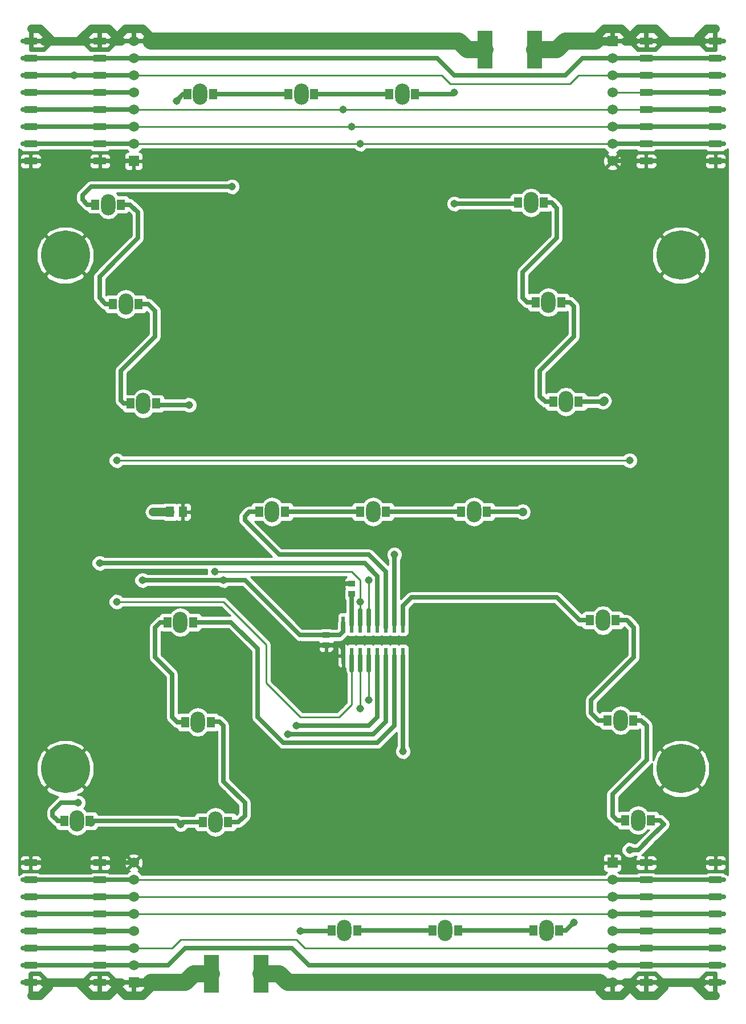
<source format=gtl>
G04 (created by PCBNEW (2013-07-07 BZR 4022)-stable) date 10/26/2014 6:34:32 PM*
%MOIN*%
G04 Gerber Fmt 3.4, Leading zero omitted, Abs format*
%FSLAX34Y34*%
G01*
G70*
G90*
G04 APERTURE LIST*
%ADD10C,0.01*%
%ADD11R,0.0512X0.059*%
%ADD12R,0.0394X0.0354*%
%ADD13C,0.287402*%
%ADD14R,0.06X0.06*%
%ADD15C,0.06*%
%ADD16R,0.0905512X0.220472*%
%ADD17R,0.075X0.04*%
%ADD18R,0.02X0.094*%
%ADD19R,0.0511811X0.0629921*%
%ADD20O,0.0847402X0.12411*%
%ADD21C,0.045*%
%ADD22C,0.025*%
%ADD23C,0.05*%
%ADD24C,0.1*%
G04 APERTURE END LIST*
G54D10*
G54D11*
X9125Y30000D03*
X9875Y30000D03*
G54D12*
X18250Y22796D03*
X18250Y22204D03*
X19750Y25204D03*
X19750Y25796D03*
G54D13*
X39000Y15000D03*
X3000Y45000D03*
X3000Y15000D03*
X39000Y45000D03*
G54D14*
X35000Y57500D03*
G54D15*
X35000Y56500D03*
X35000Y55500D03*
X35000Y54500D03*
X35000Y53500D03*
X35000Y52500D03*
X35000Y51500D03*
X35000Y50500D03*
G54D14*
X7000Y50500D03*
G54D15*
X7000Y51500D03*
X7000Y52500D03*
X7000Y53500D03*
X7000Y54500D03*
X7000Y55500D03*
X7000Y56500D03*
X7000Y57500D03*
G54D14*
X35000Y9500D03*
G54D15*
X35000Y8500D03*
X35000Y7500D03*
X35000Y6500D03*
X35000Y5500D03*
X35000Y4500D03*
X35000Y3500D03*
X35000Y2500D03*
G54D14*
X7000Y2500D03*
G54D15*
X7000Y3500D03*
X7000Y4500D03*
X7000Y5500D03*
X7000Y6500D03*
X7000Y7500D03*
X7000Y8500D03*
X7000Y9500D03*
G54D16*
X30456Y57000D03*
X27543Y57000D03*
X14456Y3000D03*
X11543Y3000D03*
G54D17*
X41025Y57500D03*
X41025Y56500D03*
X41025Y55500D03*
X41025Y54500D03*
X41025Y53500D03*
X41025Y52500D03*
X41025Y51500D03*
X41025Y50500D03*
X36975Y57500D03*
X36975Y56500D03*
X36975Y55500D03*
X36975Y54500D03*
X36975Y53500D03*
X36975Y52500D03*
X36975Y51500D03*
X36975Y50500D03*
X975Y50500D03*
X975Y51500D03*
X975Y52500D03*
X975Y53500D03*
X975Y54500D03*
X975Y55500D03*
X975Y56500D03*
X975Y57500D03*
X5025Y50500D03*
X5025Y51500D03*
X5025Y52500D03*
X5025Y53500D03*
X5025Y54500D03*
X5025Y55500D03*
X5025Y56500D03*
X5025Y57500D03*
X41025Y9500D03*
X41025Y8500D03*
X41025Y7500D03*
X41025Y6500D03*
X41025Y5500D03*
X41025Y4500D03*
X41025Y3500D03*
X41025Y2500D03*
X36975Y9500D03*
X36975Y8500D03*
X36975Y7500D03*
X36975Y6500D03*
X36975Y5500D03*
X36975Y4500D03*
X36975Y3500D03*
X36975Y2500D03*
X975Y2500D03*
X975Y3500D03*
X975Y4500D03*
X975Y5500D03*
X975Y6500D03*
X975Y7500D03*
X975Y8500D03*
X975Y9500D03*
X5025Y2500D03*
X5025Y3500D03*
X5025Y4500D03*
X5025Y5500D03*
X5025Y6500D03*
X5025Y7500D03*
X5025Y8500D03*
X5025Y9500D03*
G54D18*
X19250Y21585D03*
X19750Y21585D03*
X20250Y21585D03*
X20750Y21585D03*
X21250Y21585D03*
X21750Y21585D03*
X22250Y21585D03*
X22750Y21585D03*
X22750Y23415D03*
X22250Y23415D03*
X21750Y23415D03*
X21250Y23415D03*
X20750Y23415D03*
X20250Y23415D03*
X19750Y23415D03*
X19250Y23415D03*
G54D19*
X30978Y48063D03*
X29482Y48063D03*
G54D20*
X30230Y48063D03*
G54D19*
X23452Y54394D03*
X21956Y54394D03*
G54D20*
X22704Y54394D03*
G54D19*
X17547Y54394D03*
X16051Y54394D03*
G54D20*
X16799Y54394D03*
G54D19*
X11641Y54394D03*
X10145Y54394D03*
G54D20*
X10893Y54394D03*
G54D19*
X8307Y36326D03*
X6811Y36326D03*
G54D20*
X7559Y36326D03*
G54D19*
X7282Y42141D03*
X5785Y42141D03*
G54D20*
X6534Y42141D03*
G54D19*
X4427Y11944D03*
X2931Y11944D03*
G54D20*
X3679Y11944D03*
G54D19*
X15842Y30004D03*
X14346Y30004D03*
G54D20*
X15094Y30004D03*
G54D19*
X21748Y30004D03*
X20252Y30004D03*
G54D20*
X21000Y30004D03*
G54D19*
X27654Y30004D03*
X26158Y30004D03*
G54D20*
X26906Y30004D03*
G54D19*
X6256Y47957D03*
X4760Y47957D03*
G54D20*
X5508Y47957D03*
G54D19*
X32004Y42247D03*
X30508Y42247D03*
G54D20*
X31256Y42247D03*
G54D19*
X33029Y36432D03*
X31533Y36432D03*
G54D20*
X32281Y36432D03*
G54D19*
X35192Y23660D03*
X33696Y23660D03*
G54D20*
X34444Y23660D03*
G54D19*
X36222Y17821D03*
X34726Y17821D03*
G54D20*
X35474Y17821D03*
G54D19*
X37251Y11983D03*
X35755Y11983D03*
G54D20*
X36503Y11983D03*
G54D19*
X30383Y5533D03*
X31879Y5533D03*
G54D20*
X31131Y5533D03*
G54D19*
X24477Y5533D03*
X25973Y5533D03*
G54D20*
X25225Y5533D03*
G54D19*
X18571Y5533D03*
X20067Y5533D03*
G54D20*
X19319Y5533D03*
G54D19*
X8974Y23553D03*
X10470Y23553D03*
G54D20*
X9722Y23553D03*
G54D19*
X11499Y17715D03*
X10003Y17715D03*
G54D20*
X10751Y17715D03*
G54D19*
X11033Y11877D03*
X12529Y11877D03*
G54D20*
X11781Y11877D03*
G54D21*
X19250Y53500D03*
X20250Y18500D03*
X19750Y52500D03*
X20750Y19000D03*
X36000Y33000D03*
X6000Y33000D03*
X6000Y24750D03*
X11750Y26500D03*
X20250Y24750D03*
X3500Y55500D03*
X20250Y51500D03*
X20750Y26000D03*
X16750Y21500D03*
X16750Y20750D03*
X16750Y22250D03*
X18250Y20750D03*
X17500Y20750D03*
X18250Y25750D03*
X3750Y14250D03*
X2250Y14250D03*
X2250Y15750D03*
X3750Y15750D03*
X2000Y15000D03*
X4000Y15000D03*
X3000Y14000D03*
X3000Y16000D03*
X3750Y44250D03*
X2250Y44250D03*
X2250Y45750D03*
X3750Y45750D03*
X2000Y45000D03*
X3000Y44000D03*
X4000Y45000D03*
X3000Y46000D03*
X38250Y14250D03*
X38250Y15750D03*
X39750Y15750D03*
X39750Y14250D03*
X38000Y15000D03*
X40000Y15000D03*
X39000Y14000D03*
X39000Y16000D03*
X39750Y44250D03*
X38250Y44250D03*
X38250Y45750D03*
X39750Y45750D03*
X40000Y45000D03*
X39000Y44000D03*
X38000Y45000D03*
X39000Y46000D03*
X12750Y49000D03*
X16000Y17000D03*
X3750Y13000D03*
X5000Y27000D03*
X22250Y27500D03*
X25750Y48000D03*
X9500Y54000D03*
X16500Y17500D03*
X22750Y16000D03*
X32750Y6000D03*
X12250Y26000D03*
X7500Y26000D03*
X8127Y30000D03*
X9750Y11750D03*
X16750Y2500D03*
X16750Y5500D03*
X25750Y57500D03*
X25750Y54500D03*
X29750Y30000D03*
X36000Y10250D03*
X34500Y36500D03*
X10250Y36250D03*
G54D22*
X975Y53500D02*
X500Y53500D01*
X41025Y53500D02*
X41500Y53500D01*
X975Y6500D02*
X500Y6500D01*
X41025Y6500D02*
X41500Y6500D01*
X20250Y21585D02*
X20250Y20750D01*
G54D10*
X20250Y20750D02*
X20250Y18500D01*
X35000Y6500D02*
X7000Y6500D01*
X7000Y53500D02*
X19250Y53500D01*
X19250Y53500D02*
X35000Y53500D01*
G54D22*
X7000Y53500D02*
X5025Y53500D01*
X5025Y53500D02*
X975Y53500D01*
X975Y6500D02*
X5025Y6500D01*
X5025Y6500D02*
X7000Y6500D01*
X41025Y6500D02*
X36975Y6500D01*
X36975Y6500D02*
X35000Y6500D01*
G54D10*
X36975Y53500D02*
X35000Y53500D01*
G54D22*
X41025Y53500D02*
X36975Y53500D01*
X975Y52500D02*
X500Y52500D01*
X41025Y52500D02*
X41500Y52500D01*
X975Y7500D02*
X500Y7500D01*
X41025Y7500D02*
X41500Y7500D01*
G54D10*
X20750Y20750D02*
X20750Y19000D01*
G54D22*
X20750Y21585D02*
X20750Y20750D01*
G54D10*
X7000Y7500D02*
X35000Y7500D01*
X35000Y52500D02*
X19750Y52500D01*
X19750Y52500D02*
X7000Y52500D01*
G54D22*
X975Y52500D02*
X5025Y52500D01*
X5025Y52500D02*
X7000Y52500D01*
X5025Y7500D02*
X7000Y7500D01*
X975Y7500D02*
X5025Y7500D01*
X41025Y7500D02*
X36975Y7500D01*
X36975Y7500D02*
X35000Y7500D01*
X36975Y52500D02*
X35000Y52500D01*
X41025Y52500D02*
X36975Y52500D01*
X41025Y54500D02*
X41500Y54500D01*
X975Y5500D02*
X500Y5500D01*
G54D10*
X6000Y33000D02*
X36000Y33000D01*
G54D22*
X19750Y20750D02*
X19750Y21585D01*
G54D10*
X19750Y18750D02*
X19750Y20750D01*
X19000Y18000D02*
X19750Y18750D01*
X16750Y18000D02*
X19000Y18000D01*
X14750Y20000D02*
X16750Y18000D01*
X14750Y22250D02*
X14750Y20000D01*
X12250Y24750D02*
X14750Y22250D01*
X6000Y24750D02*
X12250Y24750D01*
G54D22*
X975Y5500D02*
X5025Y5500D01*
X5025Y5500D02*
X7000Y5500D01*
G54D10*
X36975Y54500D02*
X35000Y54500D01*
G54D22*
X41025Y54500D02*
X36975Y54500D01*
X975Y54500D02*
X500Y54500D01*
X41025Y5500D02*
X41500Y5500D01*
G54D10*
X20250Y26000D02*
X20250Y24750D01*
X19750Y26500D02*
X20250Y26000D01*
X11750Y26500D02*
X19750Y26500D01*
X20250Y24250D02*
X20250Y24750D01*
G54D22*
X20250Y23415D02*
X20250Y24250D01*
X5025Y54500D02*
X7000Y54500D01*
X975Y54500D02*
X5025Y54500D01*
X41025Y5500D02*
X36975Y5500D01*
X36975Y5500D02*
X35000Y5500D01*
X975Y55500D02*
X500Y55500D01*
X41025Y55500D02*
X41500Y55500D01*
X975Y4500D02*
X500Y4500D01*
X41025Y4500D02*
X41500Y4500D01*
G54D10*
X35000Y4500D02*
X17000Y4500D01*
X9250Y4500D02*
X7000Y4500D01*
X9750Y5000D02*
X9250Y4500D01*
X16500Y5000D02*
X9750Y5000D01*
X17000Y4500D02*
X16500Y5000D01*
X7000Y55500D02*
X25000Y55500D01*
X33000Y55500D02*
X35000Y55500D01*
X32500Y55000D02*
X33000Y55500D01*
X25500Y55000D02*
X32500Y55000D01*
X25000Y55500D02*
X25500Y55000D01*
G54D22*
X975Y55500D02*
X3500Y55500D01*
X3500Y55500D02*
X5025Y55500D01*
X5025Y55500D02*
X7000Y55500D01*
X975Y4500D02*
X5025Y4500D01*
X5025Y4500D02*
X7000Y4500D01*
X41025Y4500D02*
X36975Y4500D01*
X36975Y4500D02*
X35000Y4500D01*
X36975Y55500D02*
X35000Y55500D01*
X41025Y55500D02*
X36975Y55500D01*
X975Y51500D02*
X500Y51500D01*
X41025Y51500D02*
X41500Y51500D01*
X975Y8500D02*
X500Y8500D01*
X41025Y8500D02*
X41500Y8500D01*
G54D10*
X35000Y8500D02*
X7000Y8500D01*
X7000Y51500D02*
X20250Y51500D01*
X20250Y51500D02*
X35000Y51500D01*
G54D22*
X20750Y24250D02*
X20750Y23415D01*
G54D10*
X20750Y26000D02*
X20750Y24250D01*
G54D22*
X7000Y51500D02*
X5025Y51500D01*
X5025Y51500D02*
X975Y51500D01*
X975Y8500D02*
X5025Y8500D01*
X5025Y8500D02*
X7000Y8500D01*
X41025Y8500D02*
X36975Y8500D01*
X36975Y8500D02*
X35000Y8500D01*
X36975Y51500D02*
X35000Y51500D01*
X41025Y51500D02*
X36975Y51500D01*
X16750Y20750D02*
X17500Y20750D01*
X16750Y21500D02*
X16750Y20750D01*
X18250Y22204D02*
X16796Y22204D01*
X16796Y22204D02*
X16750Y22250D01*
X975Y50500D02*
X500Y50500D01*
X41025Y50500D02*
X41500Y50500D01*
X975Y9500D02*
X500Y9500D01*
X41025Y9500D02*
X41500Y9500D01*
X19750Y25796D02*
X18296Y25796D01*
X18296Y25796D02*
X18250Y25750D01*
X18250Y22204D02*
X19046Y22204D01*
X19250Y21500D02*
X19250Y21585D01*
X19250Y22000D02*
X19250Y21500D01*
X19046Y22204D02*
X19250Y22000D01*
G54D23*
X3750Y14250D02*
X3000Y15000D01*
X3000Y15000D02*
X2250Y14250D01*
X2250Y15750D02*
X3000Y15000D01*
X3000Y15000D02*
X3750Y15750D01*
X2000Y15000D02*
X3000Y15000D01*
X3000Y15000D02*
X4000Y15000D01*
X3000Y14000D02*
X3000Y15000D01*
X3000Y15000D02*
X3000Y16000D01*
X3750Y44250D02*
X3000Y45000D01*
X3000Y45000D02*
X2250Y44250D01*
X2250Y45750D02*
X3000Y45000D01*
X3000Y45000D02*
X3750Y45750D01*
X2000Y45000D02*
X3000Y45000D01*
X3000Y45000D02*
X3000Y44000D01*
X4000Y45000D02*
X3000Y45000D01*
X3000Y45000D02*
X3000Y46000D01*
X38250Y14250D02*
X39000Y15000D01*
X38250Y15750D02*
X39000Y15000D01*
X39000Y15000D02*
X39750Y15750D01*
X39750Y14250D02*
X39000Y15000D01*
X39000Y15000D02*
X38000Y15000D01*
X40000Y15000D02*
X39000Y15000D01*
X39000Y15000D02*
X39000Y14000D01*
X39000Y16000D02*
X39000Y15000D01*
X39000Y45000D02*
X39750Y44250D01*
X39000Y45000D02*
X38250Y44250D01*
X38250Y45750D02*
X39000Y45000D01*
X39000Y45000D02*
X39750Y45750D01*
X39000Y45000D02*
X40000Y45000D01*
X39000Y45000D02*
X40000Y45000D01*
X40000Y45000D02*
X39000Y45000D01*
X39000Y44000D02*
X39000Y45000D01*
X39000Y45000D02*
X38000Y45000D01*
X39000Y45000D02*
X39000Y46000D01*
G54D22*
X975Y50500D02*
X5025Y50500D01*
X5025Y50500D02*
X7000Y50500D01*
X975Y9500D02*
X5025Y9500D01*
X5025Y9500D02*
X7000Y9500D01*
X36975Y9500D02*
X35000Y9500D01*
X41025Y9500D02*
X36975Y9500D01*
X36975Y50500D02*
X35000Y50500D01*
X41025Y50500D02*
X36975Y50500D01*
X19750Y23415D02*
X19750Y25250D01*
X19750Y25250D02*
X19750Y25204D01*
X4760Y47957D02*
X4292Y47957D01*
X4500Y49000D02*
X5250Y49000D01*
X4000Y48500D02*
X4500Y49000D01*
X4000Y48250D02*
X4000Y48500D01*
X4292Y47957D02*
X4000Y48250D01*
X12750Y49000D02*
X5250Y49000D01*
X21750Y17750D02*
X21750Y21585D01*
X21000Y17000D02*
X21750Y17750D01*
X16000Y17000D02*
X21000Y17000D01*
X30978Y48063D02*
X31436Y48063D01*
X31750Y46000D02*
X30978Y45228D01*
X31750Y47750D02*
X31750Y46000D01*
X31436Y48063D02*
X31750Y47750D01*
X30508Y42247D02*
X30002Y42247D01*
X30002Y42247D02*
X29750Y42500D01*
X29750Y42500D02*
X29750Y44000D01*
X29750Y44000D02*
X30978Y45228D01*
X15842Y30004D02*
X20252Y30004D01*
X21748Y30004D02*
X26158Y30004D01*
X32004Y42247D02*
X32502Y42247D01*
X32750Y40250D02*
X32004Y39504D01*
X32750Y42000D02*
X32750Y40250D01*
X32502Y42247D02*
X32750Y42000D01*
X31533Y36432D02*
X31067Y36432D01*
X30750Y38250D02*
X31533Y39033D01*
X30750Y36750D02*
X30750Y38250D01*
X31067Y36432D02*
X30750Y36750D01*
X31533Y39033D02*
X32004Y39504D01*
X35192Y23660D02*
X35839Y23660D01*
X36250Y21500D02*
X35192Y20442D01*
X36250Y23250D02*
X36250Y21500D01*
X35839Y23660D02*
X36250Y23250D01*
X34726Y17821D02*
X34178Y17821D01*
X34178Y17821D02*
X33750Y18250D01*
X33750Y18250D02*
X33750Y19000D01*
X33750Y19000D02*
X35192Y20442D01*
X36222Y17821D02*
X36678Y17821D01*
X37000Y15500D02*
X36222Y14722D01*
X37000Y17500D02*
X37000Y15500D01*
X36678Y17821D02*
X37000Y17500D01*
X35755Y11983D02*
X35266Y11983D01*
X35266Y11983D02*
X35000Y12250D01*
X35000Y12250D02*
X35000Y13500D01*
X35000Y13500D02*
X36222Y14722D01*
G54D24*
X30456Y57000D02*
X31750Y57000D01*
X32250Y57500D02*
X34000Y57500D01*
X31750Y57000D02*
X32250Y57500D01*
G54D22*
X41025Y57500D02*
X41025Y57025D01*
X41025Y57025D02*
X41000Y57000D01*
X41000Y57000D02*
X40750Y57000D01*
X40750Y57000D02*
X40500Y57000D01*
X40500Y57000D02*
X40000Y57500D01*
X37000Y57000D02*
X36500Y57000D01*
X36500Y57000D02*
X36000Y57500D01*
X36975Y57500D02*
X37000Y57475D01*
X37000Y57475D02*
X37000Y57000D01*
X37000Y57000D02*
X37500Y57000D01*
X37500Y57000D02*
X38000Y57500D01*
G54D23*
X34500Y58250D02*
X34000Y57750D01*
G54D22*
X34000Y57750D02*
X34000Y57500D01*
G54D23*
X35500Y58250D02*
X36000Y57750D01*
X35000Y58250D02*
X34500Y58250D01*
G54D22*
X41025Y57500D02*
X41025Y58225D01*
X41025Y58225D02*
X41000Y58250D01*
G54D23*
X41000Y58250D02*
X40500Y58250D01*
X40500Y58250D02*
X40000Y57750D01*
G54D22*
X40000Y57750D02*
X40000Y57500D01*
G54D23*
X36975Y58250D02*
X37500Y58250D01*
X37500Y58250D02*
X38250Y57500D01*
G54D22*
X36975Y57500D02*
X36975Y58250D01*
X36975Y58250D02*
X36975Y58225D01*
X36975Y58225D02*
X36950Y58250D01*
G54D23*
X36950Y58250D02*
X36500Y58250D01*
X36500Y58250D02*
X36000Y57750D01*
G54D22*
X36000Y57750D02*
X36000Y57500D01*
X35000Y57500D02*
X35000Y58250D01*
G54D23*
X35000Y58250D02*
X35500Y58250D01*
G54D22*
X36000Y57500D02*
X36050Y57500D01*
X36050Y57500D02*
X36000Y57500D01*
G54D23*
X36250Y57500D02*
X36000Y57500D01*
X36000Y57500D02*
X35750Y57500D01*
G54D22*
X36975Y57500D02*
X36250Y57500D01*
X35750Y57500D02*
X35000Y57500D01*
X36975Y57500D02*
X37750Y57500D01*
X40250Y57500D02*
X41025Y57500D01*
G54D23*
X37750Y57500D02*
X38000Y57500D01*
X38000Y57500D02*
X38500Y57500D01*
X38500Y57500D02*
X40000Y57500D01*
X40000Y57500D02*
X40250Y57500D01*
G54D22*
X41025Y57500D02*
X41500Y57500D01*
G54D23*
X35000Y57500D02*
X34000Y57500D01*
G54D22*
X17547Y54394D02*
X21956Y54394D01*
X11641Y54394D02*
X16051Y54394D01*
X12529Y11877D02*
X13127Y11877D01*
X13127Y11877D02*
X13500Y12250D01*
X13500Y13000D02*
X12250Y14250D01*
X13500Y12250D02*
X13500Y13000D01*
X11499Y17715D02*
X11534Y17750D01*
X12250Y17500D02*
X12250Y14250D01*
X12000Y17750D02*
X12250Y17500D01*
X11534Y17750D02*
X12000Y17750D01*
X12529Y13970D02*
X12250Y14250D01*
X13127Y13372D02*
X12529Y13970D01*
X30383Y5533D02*
X25973Y5533D01*
X24477Y5533D02*
X20067Y5533D01*
X8974Y23553D02*
X8553Y23553D01*
X8250Y21500D02*
X8974Y20775D01*
X8250Y23250D02*
X8250Y21500D01*
X8553Y23553D02*
X8250Y23250D01*
X10003Y17715D02*
X9534Y17715D01*
X9534Y17715D02*
X9250Y18000D01*
X9250Y18000D02*
X9250Y20500D01*
X9250Y20500D02*
X8974Y20775D01*
X6256Y47957D02*
X6792Y47957D01*
X7250Y46000D02*
X6256Y45006D01*
X7250Y47500D02*
X7250Y46000D01*
X6792Y47957D02*
X7250Y47500D01*
X5785Y42141D02*
X5358Y42141D01*
X5358Y42141D02*
X5000Y42500D01*
X5000Y42500D02*
X5000Y43750D01*
X5000Y43750D02*
X6256Y45006D01*
X7282Y42141D02*
X7858Y42141D01*
X8250Y40250D02*
X8000Y40000D01*
X8250Y41750D02*
X8250Y40250D01*
X7858Y42141D02*
X8250Y41750D01*
X7282Y42141D02*
X7641Y42141D01*
X8000Y40000D02*
X7282Y39282D01*
X6811Y36326D02*
X6423Y36326D01*
X6423Y36326D02*
X6250Y36500D01*
X6250Y36500D02*
X6250Y38250D01*
X6250Y38250D02*
X7282Y39282D01*
X2931Y11944D02*
X2555Y11944D01*
X2750Y13000D02*
X3750Y13000D01*
X2250Y12500D02*
X2750Y13000D01*
X2250Y12250D02*
X2250Y12500D01*
X2500Y12000D02*
X2250Y12250D01*
X21250Y26250D02*
X21250Y23415D01*
X20500Y27000D02*
X6250Y27000D01*
X21250Y26250D02*
X20500Y27000D01*
X6250Y27000D02*
X5000Y27000D01*
X2555Y11944D02*
X2500Y12000D01*
X2931Y11944D02*
X2876Y12000D01*
X3000Y12000D02*
X2931Y11944D01*
G54D24*
X11543Y3000D02*
X10500Y3000D01*
X10000Y2500D02*
X8000Y2500D01*
X10500Y3000D02*
X10000Y2500D01*
G54D22*
X5025Y3000D02*
X4500Y3000D01*
X4500Y3000D02*
X4000Y2500D01*
X5025Y2500D02*
X5025Y3000D01*
X5025Y3000D02*
X5025Y2975D01*
X5025Y2975D02*
X5050Y3000D01*
X5050Y3000D02*
X5500Y3000D01*
X5500Y3000D02*
X6000Y2500D01*
X975Y2500D02*
X975Y2975D01*
X975Y2975D02*
X1000Y3000D01*
X1000Y3000D02*
X1500Y3000D01*
X1500Y3000D02*
X2000Y2500D01*
X2000Y2500D02*
X2000Y2250D01*
X975Y2500D02*
X975Y1775D01*
X975Y1775D02*
X1000Y1750D01*
G54D23*
X1000Y1750D02*
X1500Y1750D01*
X1500Y1750D02*
X2000Y2250D01*
G54D22*
X2000Y2250D02*
X2000Y2500D01*
G54D23*
X5025Y1750D02*
X4500Y1750D01*
X4500Y1750D02*
X3750Y2500D01*
G54D22*
X5025Y2500D02*
X5025Y1750D01*
X5025Y1750D02*
X5025Y1775D01*
X5025Y1775D02*
X5050Y1750D01*
G54D23*
X5050Y1750D02*
X5500Y1750D01*
X5500Y1750D02*
X6000Y2250D01*
X7000Y1750D02*
X6500Y1750D01*
X6500Y1750D02*
X6000Y2250D01*
G54D22*
X6000Y2250D02*
X6000Y2500D01*
X7000Y2500D02*
X7000Y1750D01*
G54D23*
X7000Y1750D02*
X7500Y1750D01*
X7500Y1750D02*
X8000Y2250D01*
G54D22*
X8000Y2250D02*
X8000Y2500D01*
X5025Y2500D02*
X5750Y2500D01*
G54D23*
X5750Y2500D02*
X6000Y2500D01*
X6000Y2500D02*
X6250Y2500D01*
G54D22*
X1750Y2500D02*
X975Y2500D01*
G54D23*
X1750Y2500D02*
X2000Y2500D01*
X2000Y2500D02*
X3750Y2500D01*
X3750Y2500D02*
X4000Y2500D01*
X4000Y2500D02*
X4250Y2500D01*
G54D22*
X6250Y2500D02*
X7000Y2500D01*
X5025Y2500D02*
X4250Y2500D01*
X975Y2500D02*
X500Y2500D01*
G54D23*
X7000Y2500D02*
X8000Y2500D01*
G54D22*
X14346Y30004D02*
X13754Y30004D01*
X13500Y29500D02*
X15500Y27500D01*
X13500Y29750D02*
X13500Y29500D01*
X13754Y30004D02*
X13500Y29750D01*
X15500Y27500D02*
X20750Y27500D01*
X20750Y27500D02*
X21750Y26500D01*
X21750Y26500D02*
X21750Y23250D01*
X21750Y23250D02*
X21750Y23415D01*
X25750Y48000D02*
X29419Y48000D01*
X22250Y23415D02*
X22250Y27500D01*
X29419Y48000D02*
X29482Y48063D01*
X9500Y54000D02*
X9894Y54394D01*
X10145Y54394D02*
X9894Y54394D01*
X21250Y18000D02*
X21250Y21585D01*
X20750Y17500D02*
X16500Y17500D01*
X21250Y18000D02*
X20750Y17500D01*
X22750Y23415D02*
X22750Y24500D01*
X33089Y23660D02*
X33696Y23660D01*
X31750Y25000D02*
X33089Y23660D01*
X23250Y25000D02*
X31750Y25000D01*
X22750Y24500D02*
X23250Y25000D01*
X31879Y5533D02*
X32283Y5533D01*
X32283Y5533D02*
X32750Y6000D01*
X22750Y16000D02*
X22750Y21585D01*
X22250Y21585D02*
X22250Y17500D01*
X22250Y17500D02*
X21250Y16500D01*
X21250Y16500D02*
X15750Y16500D01*
X15750Y16500D02*
X14250Y18000D01*
X14250Y18000D02*
X14250Y22000D01*
X14250Y22000D02*
X12696Y23553D01*
X12696Y23553D02*
X10470Y23553D01*
X975Y56500D02*
X500Y56500D01*
X41025Y56500D02*
X41500Y56500D01*
X975Y3500D02*
X500Y3500D01*
X41025Y3500D02*
X41500Y3500D01*
X7500Y26000D02*
X12250Y26000D01*
X12250Y26000D02*
X13500Y26000D01*
X13500Y26000D02*
X16704Y22796D01*
X18250Y22796D02*
X16704Y22796D01*
X7000Y3500D02*
X9000Y3500D01*
X9000Y3500D02*
X10000Y4500D01*
X10000Y4500D02*
X16250Y4500D01*
X16250Y4500D02*
X17250Y3500D01*
X17250Y3500D02*
X35000Y3500D01*
X7000Y56500D02*
X24750Y56500D01*
X24750Y56500D02*
X25750Y55500D01*
X25750Y55500D02*
X32250Y55500D01*
X32250Y55500D02*
X33250Y56500D01*
X33250Y56500D02*
X35000Y56500D01*
X18250Y22796D02*
X19046Y22796D01*
X19046Y22796D02*
X19250Y23000D01*
X19250Y23000D02*
X19250Y23500D01*
X19250Y23500D02*
X19250Y23415D01*
X975Y56500D02*
X5025Y56500D01*
X5025Y56500D02*
X7000Y56500D01*
X975Y3500D02*
X5025Y3500D01*
X5025Y3500D02*
X7000Y3500D01*
X35000Y3500D02*
X36975Y3500D01*
X41025Y3500D02*
X36975Y3500D01*
X41025Y56500D02*
X36975Y56500D01*
X36975Y56500D02*
X35000Y56500D01*
G54D24*
X27543Y57000D02*
X26500Y57000D01*
X26000Y57500D02*
X25750Y57500D01*
X26500Y57000D02*
X26000Y57500D01*
X14456Y3000D02*
X15500Y3000D01*
X16000Y2500D02*
X16750Y2500D01*
X15500Y3000D02*
X16000Y2500D01*
G54D22*
X37000Y3000D02*
X36500Y3000D01*
X36500Y3000D02*
X36000Y2500D01*
X36975Y2500D02*
X36975Y2975D01*
X36975Y2975D02*
X37000Y3000D01*
X37000Y3000D02*
X37500Y3000D01*
X37500Y3000D02*
X38000Y2500D01*
X41025Y2500D02*
X41025Y2975D01*
X41025Y2975D02*
X41000Y3000D01*
X41000Y3000D02*
X40500Y3000D01*
X40500Y3000D02*
X39875Y2375D01*
X5000Y57000D02*
X4500Y57000D01*
X4500Y57000D02*
X4000Y57500D01*
X5025Y57500D02*
X5000Y57475D01*
X5000Y57475D02*
X5000Y57000D01*
X5000Y57000D02*
X5500Y57000D01*
X5500Y57000D02*
X6000Y57500D01*
X975Y57500D02*
X1000Y57475D01*
X1000Y57475D02*
X1000Y57000D01*
X1000Y57000D02*
X1500Y57000D01*
X1500Y57000D02*
X1750Y57000D01*
X1750Y57000D02*
X2250Y57500D01*
G54D23*
X35000Y1750D02*
X34500Y1750D01*
X34500Y1750D02*
X34250Y2000D01*
X34250Y2000D02*
X34250Y2500D01*
G54D22*
X35000Y2500D02*
X35000Y1750D01*
G54D23*
X35000Y1750D02*
X35500Y1750D01*
X35500Y1750D02*
X36000Y2250D01*
G54D22*
X36000Y2250D02*
X36000Y2500D01*
G54D23*
X37000Y1750D02*
X36500Y1750D01*
X36500Y1750D02*
X36000Y2250D01*
G54D22*
X36000Y2250D02*
X36000Y2500D01*
X36975Y2500D02*
X36975Y1775D01*
X36975Y1775D02*
X37000Y1750D01*
G54D23*
X37000Y1750D02*
X37500Y1750D01*
X37500Y1750D02*
X38000Y2250D01*
G54D22*
X38000Y2250D02*
X38000Y2500D01*
X41025Y2500D02*
X41025Y1775D01*
X41025Y1775D02*
X41000Y1750D01*
G54D23*
X41000Y1750D02*
X40500Y1750D01*
X40500Y1750D02*
X39875Y2375D01*
X39875Y2375D02*
X39750Y2500D01*
X7000Y58250D02*
X7500Y58250D01*
X7500Y58250D02*
X8000Y57750D01*
G54D22*
X8000Y57750D02*
X8000Y57500D01*
X7000Y57500D02*
X7000Y58250D01*
G54D23*
X7000Y58250D02*
X6500Y58250D01*
X6500Y58250D02*
X6000Y57750D01*
G54D22*
X6000Y57750D02*
X6000Y57500D01*
G54D23*
X5000Y58250D02*
X5500Y58250D01*
X5500Y58250D02*
X6000Y57750D01*
G54D22*
X6000Y57750D02*
X6000Y57500D01*
X5025Y57500D02*
X5000Y57525D01*
X5000Y57525D02*
X5000Y58250D01*
G54D23*
X5000Y58250D02*
X4500Y58250D01*
X4500Y58250D02*
X3750Y57500D01*
G54D22*
X975Y57500D02*
X1000Y57525D01*
G54D23*
X1500Y58250D02*
X2250Y57500D01*
X1000Y58250D02*
X1500Y58250D01*
G54D22*
X1000Y57525D02*
X1000Y58250D01*
G54D23*
X5750Y57500D02*
X6000Y57500D01*
X6000Y57500D02*
X6250Y57500D01*
G54D22*
X6250Y57500D02*
X7000Y57500D01*
X5025Y57500D02*
X5750Y57500D01*
G54D23*
X36250Y2500D02*
X36000Y2500D01*
X36000Y2500D02*
X35750Y2500D01*
G54D22*
X36975Y2500D02*
X36250Y2500D01*
X35750Y2500D02*
X35000Y2500D01*
X36975Y2500D02*
X37750Y2500D01*
X40250Y2500D02*
X41025Y2500D01*
G54D23*
X37750Y2500D02*
X38000Y2500D01*
X38000Y2500D02*
X39750Y2500D01*
X39750Y2500D02*
X40250Y2500D01*
G54D22*
X975Y57500D02*
X1750Y57500D01*
X4250Y57500D02*
X5025Y57500D01*
G54D23*
X1750Y57500D02*
X2250Y57500D01*
X2250Y57500D02*
X3750Y57500D01*
X3750Y57500D02*
X4000Y57500D01*
X4000Y57500D02*
X4250Y57500D01*
G54D22*
X975Y57500D02*
X500Y57500D01*
X41025Y2500D02*
X41500Y2500D01*
X37251Y11983D02*
X37766Y11983D01*
X38000Y11750D02*
X37251Y11001D01*
X37766Y11983D02*
X38000Y11750D01*
G54D23*
X35000Y2500D02*
X34250Y2500D01*
G54D24*
X34250Y2500D02*
X16750Y2500D01*
G54D22*
X7000Y57500D02*
X8000Y57500D01*
G54D24*
X8000Y57500D02*
X25750Y57500D01*
G54D23*
X8127Y30000D02*
X9125Y30000D01*
G54D22*
X9750Y11750D02*
X9555Y11944D01*
X9555Y11944D02*
X4427Y11944D01*
X11033Y11877D02*
X9877Y11877D01*
X9877Y11877D02*
X9750Y11750D01*
X18571Y5533D02*
X18538Y5500D01*
X16750Y5500D02*
X18538Y5500D01*
X25644Y54394D02*
X23452Y54394D01*
X25750Y54500D02*
X25644Y54394D01*
X27654Y30004D02*
X29745Y30004D01*
G54D23*
X29745Y30004D02*
X29750Y30000D01*
G54D22*
X36500Y10250D02*
X37251Y11001D01*
X36500Y10250D02*
X36000Y10250D01*
G54D23*
X34500Y36500D02*
X34432Y36432D01*
G54D22*
X34432Y36432D02*
X33029Y36432D01*
X8383Y36250D02*
X8307Y36326D01*
X10250Y36250D02*
X8383Y36250D01*
G54D23*
X4495Y11877D02*
X4427Y11944D01*
G54D10*
G36*
X19807Y25746D02*
X19800Y25746D01*
X19800Y25738D01*
X19700Y25738D01*
X19700Y25746D01*
X19365Y25746D01*
X19303Y25683D01*
X19302Y25569D01*
X19331Y25499D01*
X19303Y25430D01*
X19302Y25331D01*
X19302Y24977D01*
X19340Y24885D01*
X19375Y24851D01*
X19375Y24134D01*
X19300Y24135D01*
X19100Y24135D01*
X19008Y24097D01*
X18938Y24026D01*
X18900Y23934D01*
X18899Y23835D01*
X18899Y23625D01*
X18875Y23500D01*
X18875Y23415D01*
X18875Y23171D01*
X18602Y23171D01*
X18588Y23184D01*
X18496Y23222D01*
X18397Y23223D01*
X18003Y23223D01*
X17911Y23185D01*
X17897Y23171D01*
X16859Y23171D01*
X13830Y26200D01*
X19447Y26200D01*
X19411Y26184D01*
X19340Y26114D01*
X19302Y26022D01*
X19303Y25908D01*
X19365Y25846D01*
X19700Y25846D01*
X19700Y25853D01*
X19800Y25853D01*
X19800Y25846D01*
X19807Y25846D01*
X19807Y25746D01*
X19807Y25746D01*
G37*
X19807Y25746D02*
X19800Y25746D01*
X19800Y25738D01*
X19700Y25738D01*
X19700Y25746D01*
X19365Y25746D01*
X19303Y25683D01*
X19302Y25569D01*
X19331Y25499D01*
X19303Y25430D01*
X19302Y25331D01*
X19302Y24977D01*
X19340Y24885D01*
X19375Y24851D01*
X19375Y24134D01*
X19300Y24135D01*
X19100Y24135D01*
X19008Y24097D01*
X18938Y24026D01*
X18900Y23934D01*
X18899Y23835D01*
X18899Y23625D01*
X18875Y23500D01*
X18875Y23415D01*
X18875Y23171D01*
X18602Y23171D01*
X18588Y23184D01*
X18496Y23222D01*
X18397Y23223D01*
X18003Y23223D01*
X17911Y23185D01*
X17897Y23171D01*
X16859Y23171D01*
X13830Y26200D01*
X19447Y26200D01*
X19411Y26184D01*
X19340Y26114D01*
X19302Y26022D01*
X19303Y25908D01*
X19365Y25846D01*
X19700Y25846D01*
X19700Y25853D01*
X19800Y25853D01*
X19800Y25846D01*
X19807Y25846D01*
X19807Y25746D01*
G36*
X41730Y8788D02*
X41650Y8842D01*
X41650Y9250D01*
X41650Y9749D01*
X41650Y50250D01*
X41650Y50749D01*
X41612Y50841D01*
X41541Y50911D01*
X41449Y50949D01*
X41350Y50950D01*
X41137Y50950D01*
X41075Y50887D01*
X41075Y50550D01*
X41587Y50550D01*
X41650Y50612D01*
X41650Y50749D01*
X41650Y50250D01*
X41650Y50387D01*
X41587Y50450D01*
X41075Y50450D01*
X41075Y50112D01*
X41137Y50050D01*
X41350Y50049D01*
X41449Y50050D01*
X41541Y50088D01*
X41612Y50158D01*
X41650Y50250D01*
X41650Y9749D01*
X41612Y9841D01*
X41541Y9911D01*
X41449Y9949D01*
X41350Y9950D01*
X41137Y9950D01*
X41075Y9887D01*
X41075Y9550D01*
X41587Y9550D01*
X41650Y9612D01*
X41650Y9749D01*
X41650Y9250D01*
X41650Y9387D01*
X41587Y9450D01*
X41075Y9450D01*
X41075Y9112D01*
X41137Y9050D01*
X41350Y9049D01*
X41449Y9050D01*
X41541Y9088D01*
X41612Y9158D01*
X41650Y9250D01*
X41650Y8842D01*
X41643Y8846D01*
X41598Y8855D01*
X41541Y8911D01*
X41449Y8949D01*
X41350Y8950D01*
X40975Y8950D01*
X40975Y9112D01*
X40975Y9450D01*
X40975Y9550D01*
X40975Y9887D01*
X40975Y50112D01*
X40975Y50450D01*
X40975Y50550D01*
X40975Y50887D01*
X40912Y50950D01*
X40699Y50950D01*
X40600Y50949D01*
X40508Y50911D01*
X40437Y50841D01*
X40399Y50749D01*
X40400Y50612D01*
X40462Y50550D01*
X40975Y50550D01*
X40975Y50450D01*
X40462Y50450D01*
X40400Y50387D01*
X40399Y50250D01*
X40437Y50158D01*
X40508Y50088D01*
X40600Y50050D01*
X40699Y50049D01*
X40912Y50050D01*
X40975Y50112D01*
X40975Y9887D01*
X40912Y9950D01*
X40699Y9950D01*
X40690Y9950D01*
X40690Y15318D01*
X40690Y45318D01*
X40439Y45940D01*
X40420Y45970D01*
X40206Y46136D01*
X40136Y46065D01*
X40136Y46206D01*
X39970Y46420D01*
X39352Y46683D01*
X38681Y46690D01*
X38059Y46439D01*
X38029Y46420D01*
X37863Y46206D01*
X39000Y45070D01*
X40136Y46206D01*
X40136Y46065D01*
X39070Y45000D01*
X40206Y43863D01*
X40420Y44029D01*
X40683Y44647D01*
X40690Y45318D01*
X40690Y15318D01*
X40439Y15940D01*
X40420Y15970D01*
X40206Y16136D01*
X40136Y16065D01*
X40136Y16206D01*
X40136Y43793D01*
X39000Y44929D01*
X38929Y44858D01*
X38929Y45000D01*
X37793Y46136D01*
X37600Y45986D01*
X37600Y50250D01*
X37600Y50749D01*
X37562Y50841D01*
X37491Y50911D01*
X37399Y50949D01*
X37300Y50950D01*
X37087Y50950D01*
X37025Y50887D01*
X37025Y50550D01*
X37537Y50550D01*
X37600Y50612D01*
X37600Y50749D01*
X37600Y50250D01*
X37600Y50387D01*
X37537Y50450D01*
X37025Y50450D01*
X37025Y50112D01*
X37087Y50050D01*
X37300Y50049D01*
X37399Y50050D01*
X37491Y50088D01*
X37562Y50158D01*
X37600Y50250D01*
X37600Y45986D01*
X37579Y45970D01*
X37316Y45352D01*
X37309Y44681D01*
X37560Y44059D01*
X37579Y44029D01*
X37793Y43863D01*
X38929Y45000D01*
X38929Y44858D01*
X37863Y43793D01*
X38029Y43579D01*
X38647Y43316D01*
X39318Y43309D01*
X39940Y43560D01*
X39970Y43579D01*
X40136Y43793D01*
X40136Y16206D01*
X39970Y16420D01*
X39352Y16683D01*
X38681Y16690D01*
X38059Y16439D01*
X38029Y16420D01*
X37863Y16206D01*
X39000Y15070D01*
X40136Y16206D01*
X40136Y16065D01*
X39070Y15000D01*
X40206Y13863D01*
X40420Y14029D01*
X40683Y14647D01*
X40690Y15318D01*
X40690Y9950D01*
X40600Y9949D01*
X40508Y9911D01*
X40437Y9841D01*
X40399Y9749D01*
X40400Y9612D01*
X40462Y9550D01*
X40975Y9550D01*
X40975Y9450D01*
X40462Y9450D01*
X40400Y9387D01*
X40399Y9250D01*
X40437Y9158D01*
X40508Y9088D01*
X40600Y9050D01*
X40699Y9049D01*
X40912Y9050D01*
X40975Y9112D01*
X40975Y8950D01*
X40600Y8950D01*
X40508Y8912D01*
X40471Y8875D01*
X40136Y8875D01*
X40136Y13793D01*
X39000Y14929D01*
X38929Y14858D01*
X38929Y15000D01*
X37793Y16136D01*
X37579Y15970D01*
X37371Y15481D01*
X37374Y15500D01*
X37375Y15500D01*
X37375Y17500D01*
X37374Y17500D01*
X37346Y17643D01*
X37297Y17716D01*
X37265Y17765D01*
X37265Y17765D01*
X36943Y18086D01*
X36925Y18099D01*
X36925Y50112D01*
X36925Y50450D01*
X36925Y50550D01*
X36925Y50887D01*
X36862Y50950D01*
X36649Y50950D01*
X36550Y50949D01*
X36458Y50911D01*
X36387Y50841D01*
X36349Y50749D01*
X36350Y50612D01*
X36412Y50550D01*
X36925Y50550D01*
X36925Y50450D01*
X36412Y50450D01*
X36350Y50387D01*
X36349Y50250D01*
X36387Y50158D01*
X36458Y50088D01*
X36550Y50050D01*
X36649Y50049D01*
X36862Y50050D01*
X36925Y50112D01*
X36925Y18099D01*
X36821Y18168D01*
X36727Y18186D01*
X36690Y18278D01*
X36619Y18348D01*
X36527Y18386D01*
X36428Y18386D01*
X36034Y18386D01*
X35950Y18512D01*
X35731Y18658D01*
X35474Y18709D01*
X35216Y18658D01*
X34997Y18512D01*
X34914Y18386D01*
X34420Y18386D01*
X34328Y18348D01*
X34258Y18278D01*
X34256Y18273D01*
X34125Y18405D01*
X34125Y18844D01*
X35457Y20177D01*
X36515Y21234D01*
X36515Y21234D01*
X36596Y21356D01*
X36624Y21499D01*
X36625Y21500D01*
X36625Y23250D01*
X36624Y23250D01*
X36596Y23393D01*
X36547Y23466D01*
X36515Y23515D01*
X36515Y23515D01*
X36475Y23555D01*
X36475Y33094D01*
X36402Y33268D01*
X36269Y33402D01*
X36094Y33474D01*
X35905Y33475D01*
X35731Y33402D01*
X35628Y33300D01*
X35554Y33300D01*
X35554Y50418D01*
X35543Y50636D01*
X35481Y50787D01*
X35385Y50815D01*
X35070Y50500D01*
X35385Y50184D01*
X35481Y50212D01*
X35554Y50418D01*
X35554Y33300D01*
X35315Y33300D01*
X35315Y50114D01*
X35000Y50429D01*
X34929Y50358D01*
X34929Y50500D01*
X34614Y50815D01*
X34518Y50787D01*
X34445Y50581D01*
X34456Y50363D01*
X34518Y50212D01*
X34614Y50184D01*
X34929Y50500D01*
X34929Y50358D01*
X34684Y50114D01*
X34712Y50018D01*
X34918Y49945D01*
X35136Y49956D01*
X35287Y50018D01*
X35315Y50114D01*
X35315Y33300D01*
X35000Y33300D01*
X35000Y36500D01*
X34961Y36691D01*
X34853Y36853D01*
X34691Y36961D01*
X34500Y37000D01*
X34308Y36961D01*
X34146Y36853D01*
X34100Y36807D01*
X33531Y36807D01*
X33497Y36888D01*
X33427Y36959D01*
X33335Y36997D01*
X33236Y36997D01*
X32841Y36997D01*
X32758Y37122D01*
X32539Y37268D01*
X32281Y37319D01*
X32023Y37268D01*
X31805Y37122D01*
X31721Y36997D01*
X31228Y36997D01*
X31136Y36959D01*
X31125Y36947D01*
X31125Y38094D01*
X31798Y38768D01*
X31798Y38768D01*
X31798Y38768D01*
X32269Y39239D01*
X33015Y39984D01*
X33096Y40106D01*
X33125Y40250D01*
X33125Y42000D01*
X33124Y42000D01*
X33096Y42143D01*
X33047Y42216D01*
X33015Y42265D01*
X33015Y42265D01*
X32767Y42513D01*
X32645Y42594D01*
X32506Y42622D01*
X32472Y42704D01*
X32402Y42774D01*
X32310Y42812D01*
X32210Y42812D01*
X31816Y42812D01*
X31732Y42938D01*
X31514Y43084D01*
X31256Y43135D01*
X30998Y43084D01*
X30779Y42938D01*
X30696Y42812D01*
X30202Y42812D01*
X30125Y42780D01*
X30125Y43844D01*
X31244Y44963D01*
X31244Y44963D01*
X31244Y44963D01*
X32015Y45734D01*
X32015Y45734D01*
X32047Y45783D01*
X32096Y45856D01*
X32096Y45856D01*
X32124Y45999D01*
X32125Y46000D01*
X32125Y47750D01*
X32096Y47893D01*
X32015Y48015D01*
X31701Y48328D01*
X31580Y48409D01*
X31484Y48428D01*
X31446Y48519D01*
X31376Y48590D01*
X31284Y48628D01*
X31185Y48628D01*
X30790Y48628D01*
X30707Y48753D01*
X30488Y48899D01*
X30230Y48951D01*
X29973Y48899D01*
X29754Y48753D01*
X29670Y48628D01*
X29177Y48628D01*
X29085Y48590D01*
X29015Y48520D01*
X28976Y48428D01*
X28976Y48375D01*
X26046Y48375D01*
X26019Y48402D01*
X25844Y48474D01*
X25655Y48475D01*
X25481Y48402D01*
X25347Y48269D01*
X25275Y48094D01*
X25274Y47905D01*
X25347Y47731D01*
X25480Y47597D01*
X25655Y47525D01*
X25844Y47524D01*
X26018Y47597D01*
X26046Y47625D01*
X29007Y47625D01*
X29014Y47607D01*
X29085Y47536D01*
X29177Y47498D01*
X29276Y47498D01*
X29670Y47498D01*
X29754Y47373D01*
X29973Y47227D01*
X30230Y47175D01*
X30488Y47227D01*
X30707Y47373D01*
X30790Y47498D01*
X31284Y47498D01*
X31375Y47535D01*
X31375Y46155D01*
X30713Y45494D01*
X30713Y45494D01*
X29484Y44265D01*
X29403Y44143D01*
X29375Y44000D01*
X29375Y42500D01*
X29403Y42356D01*
X29484Y42234D01*
X29736Y41982D01*
X29858Y41901D01*
X30002Y41872D01*
X30006Y41872D01*
X30040Y41791D01*
X30110Y41721D01*
X30202Y41682D01*
X30301Y41682D01*
X30696Y41682D01*
X30779Y41557D01*
X30998Y41411D01*
X31256Y41360D01*
X31514Y41411D01*
X31732Y41557D01*
X31816Y41682D01*
X32309Y41682D01*
X32375Y41709D01*
X32375Y40405D01*
X31739Y39769D01*
X31268Y39298D01*
X31268Y39298D01*
X30484Y38515D01*
X30403Y38393D01*
X30375Y38250D01*
X30375Y36750D01*
X30403Y36606D01*
X30484Y36484D01*
X30802Y36167D01*
X30802Y36167D01*
X30924Y36085D01*
X31028Y36064D01*
X31028Y36064D01*
X31065Y35975D01*
X31136Y35905D01*
X31227Y35867D01*
X31327Y35867D01*
X31721Y35867D01*
X31805Y35741D01*
X32023Y35595D01*
X32281Y35544D01*
X32539Y35595D01*
X32758Y35741D01*
X32841Y35867D01*
X33335Y35867D01*
X33427Y35905D01*
X33497Y35975D01*
X33531Y36057D01*
X34110Y36057D01*
X34240Y35970D01*
X34432Y35932D01*
X34623Y35970D01*
X34785Y36078D01*
X34853Y36146D01*
X34961Y36308D01*
X35000Y36500D01*
X35000Y33300D01*
X13225Y33300D01*
X13225Y49094D01*
X13152Y49268D01*
X13019Y49402D01*
X12844Y49474D01*
X12655Y49475D01*
X12481Y49402D01*
X12453Y49375D01*
X7550Y49375D01*
X7550Y50150D01*
X7550Y50387D01*
X7487Y50450D01*
X7050Y50450D01*
X7050Y50012D01*
X7112Y49950D01*
X7250Y49949D01*
X7349Y49950D01*
X7441Y49988D01*
X7512Y50058D01*
X7550Y50150D01*
X7550Y49375D01*
X6950Y49375D01*
X6950Y50012D01*
X6950Y50450D01*
X6512Y50450D01*
X6450Y50387D01*
X6449Y50150D01*
X6487Y50058D01*
X6558Y49988D01*
X6650Y49950D01*
X6749Y49949D01*
X6887Y49950D01*
X6950Y50012D01*
X6950Y49375D01*
X5650Y49375D01*
X5650Y50250D01*
X5650Y50749D01*
X5612Y50841D01*
X5541Y50911D01*
X5449Y50949D01*
X5350Y50950D01*
X5137Y50950D01*
X5075Y50887D01*
X5075Y50550D01*
X5587Y50550D01*
X5650Y50612D01*
X5650Y50749D01*
X5650Y50250D01*
X5650Y50387D01*
X5587Y50450D01*
X5075Y50450D01*
X5075Y50112D01*
X5137Y50050D01*
X5350Y50049D01*
X5449Y50050D01*
X5541Y50088D01*
X5612Y50158D01*
X5650Y50250D01*
X5650Y49375D01*
X5250Y49375D01*
X4975Y49375D01*
X4975Y50112D01*
X4975Y50450D01*
X4975Y50550D01*
X4975Y50887D01*
X4912Y50950D01*
X4699Y50950D01*
X4600Y50949D01*
X4508Y50911D01*
X4437Y50841D01*
X4399Y50749D01*
X4400Y50612D01*
X4462Y50550D01*
X4975Y50550D01*
X4975Y50450D01*
X4462Y50450D01*
X4400Y50387D01*
X4399Y50250D01*
X4437Y50158D01*
X4508Y50088D01*
X4600Y50050D01*
X4699Y50049D01*
X4912Y50050D01*
X4975Y50112D01*
X4975Y49375D01*
X4500Y49375D01*
X4356Y49346D01*
X4234Y49265D01*
X3734Y48765D01*
X3653Y48643D01*
X3625Y48500D01*
X3625Y48250D01*
X3653Y48106D01*
X3734Y47984D01*
X4027Y47692D01*
X4027Y47692D01*
X4149Y47610D01*
X4255Y47589D01*
X4255Y47589D01*
X4292Y47500D01*
X4362Y47430D01*
X4454Y47392D01*
X4554Y47392D01*
X4948Y47392D01*
X5032Y47266D01*
X5250Y47120D01*
X5508Y47069D01*
X5766Y47120D01*
X5984Y47266D01*
X6068Y47392D01*
X6562Y47392D01*
X6653Y47430D01*
X6721Y47497D01*
X6875Y47344D01*
X6875Y46155D01*
X5991Y45271D01*
X4734Y44015D01*
X4690Y43948D01*
X4690Y45318D01*
X4439Y45940D01*
X4420Y45970D01*
X4206Y46136D01*
X4136Y46065D01*
X4136Y46206D01*
X3970Y46420D01*
X3352Y46683D01*
X2681Y46690D01*
X2059Y46439D01*
X2029Y46420D01*
X1863Y46206D01*
X3000Y45070D01*
X4136Y46206D01*
X4136Y46065D01*
X3070Y45000D01*
X4206Y43863D01*
X4420Y44029D01*
X4683Y44647D01*
X4690Y45318D01*
X4690Y43948D01*
X4653Y43893D01*
X4625Y43750D01*
X4625Y42500D01*
X4653Y42356D01*
X4734Y42234D01*
X5093Y41876D01*
X5093Y41876D01*
X5214Y41795D01*
X5280Y41782D01*
X5280Y41777D01*
X5318Y41685D01*
X5388Y41614D01*
X5480Y41576D01*
X5579Y41576D01*
X5973Y41576D01*
X6057Y41451D01*
X6276Y41305D01*
X6534Y41254D01*
X6791Y41305D01*
X7010Y41451D01*
X7094Y41576D01*
X7587Y41576D01*
X7679Y41614D01*
X7749Y41684D01*
X7760Y41709D01*
X7875Y41594D01*
X7875Y40405D01*
X7734Y40265D01*
X7734Y40265D01*
X7016Y39547D01*
X7016Y39547D01*
X5984Y38515D01*
X5903Y38393D01*
X5875Y38250D01*
X5875Y36500D01*
X5903Y36356D01*
X5984Y36234D01*
X6158Y36060D01*
X6158Y36060D01*
X6280Y35979D01*
X6305Y35974D01*
X6305Y35961D01*
X6343Y35869D01*
X6413Y35799D01*
X6505Y35761D01*
X6605Y35761D01*
X6999Y35761D01*
X7083Y35635D01*
X7301Y35489D01*
X7559Y35438D01*
X7817Y35489D01*
X8035Y35635D01*
X8119Y35761D01*
X8612Y35761D01*
X8704Y35799D01*
X8775Y35869D01*
X8777Y35875D01*
X9953Y35875D01*
X9980Y35847D01*
X10155Y35775D01*
X10344Y35774D01*
X10518Y35847D01*
X10652Y35980D01*
X10724Y36155D01*
X10725Y36344D01*
X10652Y36518D01*
X10519Y36652D01*
X10344Y36724D01*
X10155Y36725D01*
X9981Y36652D01*
X9953Y36625D01*
X8813Y36625D01*
X8813Y36690D01*
X8775Y36782D01*
X8705Y36852D01*
X8613Y36891D01*
X8513Y36891D01*
X8119Y36891D01*
X8035Y37016D01*
X7817Y37162D01*
X7559Y37213D01*
X7301Y37162D01*
X7083Y37016D01*
X6999Y36891D01*
X6625Y36891D01*
X6625Y38094D01*
X7547Y39016D01*
X7547Y39016D01*
X7547Y39016D01*
X8265Y39734D01*
X8265Y39734D01*
X8265Y39734D01*
X8515Y39984D01*
X8515Y39984D01*
X8596Y40106D01*
X8624Y40250D01*
X8625Y40250D01*
X8625Y41750D01*
X8596Y41893D01*
X8515Y42015D01*
X8123Y42406D01*
X8001Y42488D01*
X7858Y42516D01*
X7783Y42516D01*
X7750Y42598D01*
X7679Y42668D01*
X7587Y42706D01*
X7488Y42706D01*
X7094Y42706D01*
X7010Y42831D01*
X6791Y42978D01*
X6534Y43029D01*
X6276Y42978D01*
X6057Y42831D01*
X5973Y42706D01*
X5480Y42706D01*
X5388Y42668D01*
X5375Y42655D01*
X5375Y42655D01*
X5375Y43594D01*
X6521Y44741D01*
X7515Y45734D01*
X7596Y45856D01*
X7624Y46000D01*
X7625Y46000D01*
X7625Y47500D01*
X7596Y47643D01*
X7515Y47765D01*
X7057Y48222D01*
X6936Y48303D01*
X6792Y48332D01*
X6758Y48332D01*
X6724Y48413D01*
X6654Y48484D01*
X6562Y48522D01*
X6462Y48522D01*
X6068Y48522D01*
X6000Y48625D01*
X12453Y48625D01*
X12480Y48597D01*
X12655Y48525D01*
X12844Y48524D01*
X13018Y48597D01*
X13152Y48730D01*
X13224Y48905D01*
X13225Y49094D01*
X13225Y33300D01*
X6371Y33300D01*
X6269Y33402D01*
X6094Y33474D01*
X5905Y33475D01*
X5731Y33402D01*
X5597Y33269D01*
X5525Y33094D01*
X5524Y32905D01*
X5597Y32731D01*
X5730Y32597D01*
X5905Y32525D01*
X6094Y32524D01*
X6268Y32597D01*
X6371Y32700D01*
X35628Y32700D01*
X35730Y32597D01*
X35905Y32525D01*
X36094Y32524D01*
X36268Y32597D01*
X36402Y32730D01*
X36474Y32905D01*
X36475Y33094D01*
X36475Y23555D01*
X36105Y23925D01*
X35983Y24006D01*
X35839Y24035D01*
X35694Y24035D01*
X35660Y24116D01*
X35590Y24186D01*
X35498Y24224D01*
X35399Y24225D01*
X35004Y24225D01*
X34921Y24350D01*
X34702Y24496D01*
X34444Y24547D01*
X34186Y24496D01*
X33968Y24350D01*
X33884Y24225D01*
X33391Y24225D01*
X33299Y24187D01*
X33228Y24116D01*
X33209Y24070D01*
X32015Y25265D01*
X31893Y25346D01*
X31750Y25375D01*
X23250Y25375D01*
X23106Y25346D01*
X22984Y25265D01*
X22625Y24905D01*
X22625Y27203D01*
X22652Y27230D01*
X22724Y27405D01*
X22725Y27594D01*
X22652Y27768D01*
X22519Y27902D01*
X22344Y27974D01*
X22155Y27975D01*
X21981Y27902D01*
X21847Y27769D01*
X21775Y27594D01*
X21774Y27405D01*
X21847Y27231D01*
X21875Y27203D01*
X21875Y26905D01*
X21015Y27765D01*
X20893Y27846D01*
X20750Y27875D01*
X15655Y27875D01*
X14090Y29439D01*
X14139Y29439D01*
X14534Y29439D01*
X14617Y29314D01*
X14836Y29168D01*
X15094Y29116D01*
X15351Y29168D01*
X15570Y29314D01*
X15654Y29439D01*
X16147Y29439D01*
X16239Y29477D01*
X16309Y29547D01*
X16343Y29629D01*
X19750Y29629D01*
X19784Y29548D01*
X19854Y29477D01*
X19946Y29439D01*
X20045Y29439D01*
X20439Y29439D01*
X20523Y29314D01*
X20742Y29168D01*
X21000Y29116D01*
X21257Y29168D01*
X21476Y29314D01*
X21560Y29439D01*
X22053Y29439D01*
X22145Y29477D01*
X22215Y29547D01*
X22249Y29629D01*
X25656Y29629D01*
X25690Y29548D01*
X25760Y29477D01*
X25852Y29439D01*
X25951Y29439D01*
X26345Y29439D01*
X26429Y29314D01*
X26648Y29168D01*
X26906Y29116D01*
X27163Y29168D01*
X27382Y29314D01*
X27466Y29439D01*
X27959Y29439D01*
X28051Y29477D01*
X28121Y29547D01*
X28155Y29629D01*
X29421Y29629D01*
X29558Y29538D01*
X29750Y29500D01*
X29941Y29538D01*
X30103Y29646D01*
X30211Y29808D01*
X30250Y30000D01*
X30211Y30191D01*
X30103Y30353D01*
X30099Y30357D01*
X29936Y30466D01*
X29745Y30504D01*
X29554Y30466D01*
X29424Y30379D01*
X28155Y30379D01*
X28122Y30460D01*
X28051Y30531D01*
X27959Y30569D01*
X27860Y30569D01*
X27466Y30569D01*
X27382Y30694D01*
X27163Y30840D01*
X26906Y30892D01*
X26648Y30840D01*
X26429Y30694D01*
X26345Y30569D01*
X25852Y30569D01*
X25760Y30531D01*
X25690Y30461D01*
X25656Y30379D01*
X22249Y30379D01*
X22216Y30460D01*
X22145Y30531D01*
X22053Y30569D01*
X21954Y30569D01*
X21560Y30569D01*
X21476Y30694D01*
X21257Y30840D01*
X21000Y30892D01*
X20742Y30840D01*
X20523Y30694D01*
X20439Y30569D01*
X19946Y30569D01*
X19854Y30531D01*
X19784Y30461D01*
X19750Y30379D01*
X16343Y30379D01*
X16310Y30460D01*
X16239Y30531D01*
X16147Y30569D01*
X16048Y30569D01*
X15654Y30569D01*
X15570Y30694D01*
X15351Y30840D01*
X15094Y30892D01*
X14836Y30840D01*
X14617Y30694D01*
X14534Y30569D01*
X14040Y30569D01*
X13948Y30531D01*
X13878Y30461D01*
X13844Y30379D01*
X13754Y30379D01*
X13610Y30350D01*
X13489Y30269D01*
X13234Y30015D01*
X13153Y29893D01*
X13125Y29750D01*
X13125Y29500D01*
X13153Y29356D01*
X13234Y29234D01*
X15094Y27375D01*
X10381Y27375D01*
X10381Y29754D01*
X10381Y30245D01*
X10380Y30344D01*
X10342Y30436D01*
X10272Y30507D01*
X10180Y30545D01*
X9987Y30545D01*
X9925Y30482D01*
X9925Y30050D01*
X10318Y30050D01*
X10381Y30112D01*
X10381Y30245D01*
X10381Y29754D01*
X10381Y29887D01*
X10318Y29950D01*
X9925Y29950D01*
X9925Y29517D01*
X9987Y29455D01*
X10180Y29454D01*
X10272Y29492D01*
X10342Y29563D01*
X10380Y29655D01*
X10381Y29754D01*
X10381Y27375D01*
X9825Y27375D01*
X9825Y29517D01*
X9825Y29950D01*
X9817Y29950D01*
X9817Y30050D01*
X9825Y30050D01*
X9825Y30482D01*
X9762Y30545D01*
X9569Y30545D01*
X9499Y30516D01*
X9430Y30544D01*
X9331Y30545D01*
X8819Y30545D01*
X8727Y30507D01*
X8720Y30500D01*
X8127Y30500D01*
X7936Y30461D01*
X7773Y30353D01*
X7665Y30191D01*
X7627Y30000D01*
X7665Y29808D01*
X7773Y29646D01*
X7936Y29538D01*
X8127Y29500D01*
X8720Y29500D01*
X8727Y29493D01*
X8819Y29455D01*
X8918Y29454D01*
X9430Y29454D01*
X9500Y29483D01*
X9569Y29454D01*
X9762Y29455D01*
X9825Y29517D01*
X9825Y27375D01*
X6250Y27375D01*
X5296Y27375D01*
X5269Y27402D01*
X5094Y27474D01*
X4905Y27475D01*
X4731Y27402D01*
X4597Y27269D01*
X4525Y27094D01*
X4524Y26905D01*
X4597Y26731D01*
X4730Y26597D01*
X4905Y26525D01*
X5094Y26524D01*
X5268Y26597D01*
X5296Y26625D01*
X6250Y26625D01*
X11287Y26625D01*
X11275Y26594D01*
X11274Y26405D01*
X11287Y26375D01*
X7796Y26375D01*
X7769Y26402D01*
X7594Y26474D01*
X7405Y26475D01*
X7231Y26402D01*
X7097Y26269D01*
X7025Y26094D01*
X7024Y25905D01*
X7097Y25731D01*
X7230Y25597D01*
X7405Y25525D01*
X7594Y25524D01*
X7768Y25597D01*
X7796Y25625D01*
X11953Y25625D01*
X11980Y25597D01*
X12155Y25525D01*
X12344Y25524D01*
X12518Y25597D01*
X12546Y25625D01*
X13344Y25625D01*
X16438Y22530D01*
X16560Y22449D01*
X16704Y22421D01*
X17802Y22421D01*
X17803Y22316D01*
X17865Y22254D01*
X18200Y22254D01*
X18200Y22261D01*
X18300Y22261D01*
X18300Y22254D01*
X18634Y22254D01*
X18697Y22316D01*
X18697Y22421D01*
X19046Y22421D01*
X19189Y22449D01*
X19311Y22530D01*
X19511Y22731D01*
X19600Y22695D01*
X19699Y22694D01*
X19899Y22694D01*
X19991Y22732D01*
X19999Y22741D01*
X20008Y22733D01*
X20100Y22695D01*
X20199Y22694D01*
X20399Y22694D01*
X20491Y22732D01*
X20499Y22741D01*
X20508Y22733D01*
X20600Y22695D01*
X20699Y22694D01*
X20899Y22694D01*
X20991Y22732D01*
X20999Y22741D01*
X21008Y22733D01*
X21100Y22695D01*
X21199Y22694D01*
X21399Y22694D01*
X21491Y22732D01*
X21499Y22741D01*
X21508Y22733D01*
X21600Y22695D01*
X21699Y22694D01*
X21899Y22694D01*
X21991Y22732D01*
X21999Y22741D01*
X22008Y22733D01*
X22100Y22695D01*
X22199Y22694D01*
X22399Y22694D01*
X22491Y22732D01*
X22499Y22741D01*
X22508Y22733D01*
X22600Y22695D01*
X22699Y22694D01*
X22899Y22694D01*
X22991Y22732D01*
X23061Y22803D01*
X23099Y22895D01*
X23100Y22994D01*
X23100Y23289D01*
X23125Y23415D01*
X23125Y24344D01*
X23405Y24625D01*
X31594Y24625D01*
X32824Y23394D01*
X32824Y23394D01*
X32946Y23313D01*
X33089Y23285D01*
X33195Y23285D01*
X33228Y23203D01*
X33298Y23133D01*
X33390Y23095D01*
X33490Y23095D01*
X33884Y23095D01*
X33968Y22969D01*
X34186Y22823D01*
X34444Y22772D01*
X34702Y22823D01*
X34921Y22969D01*
X35004Y23095D01*
X35498Y23095D01*
X35590Y23133D01*
X35660Y23203D01*
X35691Y23278D01*
X35875Y23094D01*
X35875Y21655D01*
X34927Y20707D01*
X33484Y19265D01*
X33403Y19143D01*
X33375Y19000D01*
X33375Y18250D01*
X33403Y18106D01*
X33484Y17984D01*
X33913Y17556D01*
X33913Y17556D01*
X33961Y17524D01*
X34034Y17475D01*
X34178Y17446D01*
X34178Y17446D01*
X34224Y17446D01*
X34258Y17365D01*
X34328Y17295D01*
X34420Y17256D01*
X34519Y17256D01*
X34914Y17256D01*
X34997Y17131D01*
X35216Y16985D01*
X35474Y16934D01*
X35731Y16985D01*
X35950Y17131D01*
X36034Y17256D01*
X36527Y17256D01*
X36619Y17294D01*
X36625Y17300D01*
X36625Y15655D01*
X35956Y14987D01*
X35956Y14987D01*
X34734Y13765D01*
X34653Y13643D01*
X34625Y13500D01*
X34625Y12250D01*
X34653Y12106D01*
X34734Y11984D01*
X35001Y11718D01*
X35122Y11637D01*
X35252Y11611D01*
X35287Y11527D01*
X35357Y11456D01*
X35449Y11418D01*
X35549Y11418D01*
X35943Y11418D01*
X36027Y11293D01*
X36245Y11147D01*
X36503Y11096D01*
X36761Y11147D01*
X36979Y11293D01*
X37063Y11418D01*
X37138Y11418D01*
X36986Y11266D01*
X36344Y10625D01*
X36296Y10625D01*
X36269Y10652D01*
X36094Y10724D01*
X35905Y10725D01*
X35731Y10652D01*
X35597Y10519D01*
X35525Y10344D01*
X35524Y10155D01*
X35597Y9981D01*
X35730Y9847D01*
X35905Y9775D01*
X36094Y9774D01*
X36268Y9847D01*
X36296Y9875D01*
X36421Y9875D01*
X36387Y9841D01*
X36349Y9749D01*
X36350Y9612D01*
X36412Y9550D01*
X36925Y9550D01*
X36925Y9887D01*
X36862Y9950D01*
X36713Y9950D01*
X36765Y9984D01*
X37516Y10736D01*
X38265Y11484D01*
X38265Y11484D01*
X38346Y11606D01*
X38374Y11750D01*
X38375Y11750D01*
X38346Y11893D01*
X38346Y11893D01*
X38265Y12015D01*
X38031Y12248D01*
X37909Y12330D01*
X37766Y12358D01*
X37753Y12358D01*
X37719Y12440D01*
X37649Y12510D01*
X37557Y12548D01*
X37457Y12548D01*
X37063Y12548D01*
X36979Y12673D01*
X36761Y12819D01*
X36503Y12871D01*
X36245Y12819D01*
X36027Y12673D01*
X35943Y12548D01*
X35450Y12548D01*
X35375Y12517D01*
X35375Y13344D01*
X36487Y14456D01*
X36487Y14456D01*
X36487Y14456D01*
X37265Y15234D01*
X37265Y15234D01*
X37316Y15311D01*
X37309Y14681D01*
X37560Y14059D01*
X37579Y14029D01*
X37793Y13863D01*
X38929Y15000D01*
X38929Y14858D01*
X37863Y13793D01*
X38029Y13579D01*
X38647Y13316D01*
X39318Y13309D01*
X39940Y13560D01*
X39970Y13579D01*
X40136Y13793D01*
X40136Y8875D01*
X37600Y8875D01*
X37600Y9250D01*
X37600Y9749D01*
X37562Y9841D01*
X37491Y9911D01*
X37399Y9949D01*
X37300Y9950D01*
X37087Y9950D01*
X37025Y9887D01*
X37025Y9550D01*
X37537Y9550D01*
X37600Y9612D01*
X37600Y9749D01*
X37600Y9250D01*
X37600Y9387D01*
X37537Y9450D01*
X37025Y9450D01*
X37025Y9112D01*
X37087Y9050D01*
X37300Y9049D01*
X37399Y9050D01*
X37491Y9088D01*
X37562Y9158D01*
X37600Y9250D01*
X37600Y8875D01*
X37528Y8875D01*
X37491Y8911D01*
X37399Y8949D01*
X37300Y8950D01*
X36925Y8950D01*
X36925Y9112D01*
X36925Y9450D01*
X36412Y9450D01*
X36350Y9387D01*
X36349Y9250D01*
X36387Y9158D01*
X36458Y9088D01*
X36550Y9050D01*
X36649Y9049D01*
X36862Y9050D01*
X36925Y9112D01*
X36925Y8950D01*
X36550Y8950D01*
X36458Y8912D01*
X36421Y8875D01*
X35402Y8875D01*
X35327Y8950D01*
X35349Y8950D01*
X35441Y8988D01*
X35512Y9058D01*
X35550Y9150D01*
X35550Y9849D01*
X35512Y9941D01*
X35441Y10011D01*
X35349Y10049D01*
X35250Y10050D01*
X35112Y10050D01*
X35050Y9987D01*
X35050Y9550D01*
X35487Y9550D01*
X35550Y9612D01*
X35550Y9849D01*
X35550Y9150D01*
X35550Y9387D01*
X35487Y9450D01*
X35050Y9450D01*
X35050Y9442D01*
X34950Y9442D01*
X34950Y9450D01*
X34950Y9550D01*
X34950Y9987D01*
X34887Y10050D01*
X34749Y10050D01*
X34650Y10049D01*
X34558Y10011D01*
X34487Y9941D01*
X34449Y9849D01*
X34450Y9612D01*
X34512Y9550D01*
X34950Y9550D01*
X34950Y9450D01*
X34512Y9450D01*
X34450Y9387D01*
X34449Y9150D01*
X34487Y9058D01*
X34558Y8988D01*
X34650Y8950D01*
X34672Y8950D01*
X34534Y8811D01*
X34529Y8800D01*
X23225Y8800D01*
X23225Y16094D01*
X23152Y16268D01*
X23125Y16296D01*
X23125Y21585D01*
X23100Y21710D01*
X23100Y22104D01*
X23062Y22196D01*
X22991Y22266D01*
X22899Y22304D01*
X22800Y22305D01*
X22600Y22305D01*
X22508Y22267D01*
X22500Y22258D01*
X22491Y22266D01*
X22399Y22304D01*
X22300Y22305D01*
X22100Y22305D01*
X22008Y22267D01*
X22000Y22258D01*
X21991Y22266D01*
X21899Y22304D01*
X21800Y22305D01*
X21600Y22305D01*
X21508Y22267D01*
X21500Y22258D01*
X21491Y22266D01*
X21399Y22304D01*
X21300Y22305D01*
X21100Y22305D01*
X21008Y22267D01*
X21000Y22258D01*
X20991Y22266D01*
X20899Y22304D01*
X20800Y22305D01*
X20600Y22305D01*
X20508Y22267D01*
X20500Y22258D01*
X20491Y22266D01*
X20399Y22304D01*
X20300Y22305D01*
X20100Y22305D01*
X20008Y22267D01*
X20000Y22258D01*
X19991Y22266D01*
X19899Y22304D01*
X19800Y22305D01*
X19600Y22305D01*
X19508Y22267D01*
X19500Y22258D01*
X19491Y22266D01*
X19399Y22304D01*
X19362Y22304D01*
X19300Y22242D01*
X19300Y21635D01*
X19307Y21635D01*
X19307Y21535D01*
X19300Y21535D01*
X19300Y20927D01*
X19362Y20865D01*
X19375Y20865D01*
X19375Y20750D01*
X19403Y20606D01*
X19450Y20536D01*
X19450Y18874D01*
X19200Y18624D01*
X19200Y20927D01*
X19200Y21535D01*
X19200Y21635D01*
X19200Y22242D01*
X19137Y22304D01*
X19100Y22304D01*
X19008Y22266D01*
X18937Y22196D01*
X18899Y22104D01*
X18900Y21697D01*
X18962Y21635D01*
X19200Y21635D01*
X19200Y21535D01*
X18962Y21535D01*
X18900Y21472D01*
X18899Y21065D01*
X18937Y20973D01*
X19008Y20903D01*
X19100Y20865D01*
X19137Y20865D01*
X19200Y20927D01*
X19200Y18624D01*
X18875Y18300D01*
X18697Y18300D01*
X18697Y21977D01*
X18697Y22091D01*
X18634Y22154D01*
X18300Y22154D01*
X18300Y21839D01*
X18362Y21777D01*
X18397Y21776D01*
X18496Y21777D01*
X18588Y21815D01*
X18659Y21885D01*
X18697Y21977D01*
X18697Y18300D01*
X18200Y18300D01*
X18200Y21839D01*
X18200Y22154D01*
X17865Y22154D01*
X17803Y22091D01*
X17802Y21977D01*
X17840Y21885D01*
X17911Y21815D01*
X18003Y21777D01*
X18102Y21776D01*
X18137Y21777D01*
X18200Y21839D01*
X18200Y18300D01*
X16874Y18300D01*
X15050Y20124D01*
X15050Y22250D01*
X15027Y22364D01*
X14962Y22462D01*
X12462Y24962D01*
X12364Y25027D01*
X12250Y25050D01*
X6371Y25050D01*
X6269Y25152D01*
X6094Y25224D01*
X5905Y25225D01*
X5731Y25152D01*
X5597Y25019D01*
X5525Y24844D01*
X5524Y24655D01*
X5597Y24481D01*
X5730Y24347D01*
X5905Y24275D01*
X6094Y24274D01*
X6268Y24347D01*
X6371Y24450D01*
X12125Y24450D01*
X12646Y23928D01*
X10971Y23928D01*
X10938Y24010D01*
X10868Y24080D01*
X10776Y24118D01*
X10676Y24118D01*
X10282Y24118D01*
X10198Y24244D01*
X9980Y24390D01*
X9722Y24441D01*
X9464Y24390D01*
X9245Y24244D01*
X9162Y24118D01*
X8668Y24118D01*
X8576Y24081D01*
X8506Y24010D01*
X8468Y23918D01*
X8468Y23911D01*
X8410Y23900D01*
X8288Y23819D01*
X7984Y23515D01*
X7903Y23393D01*
X7875Y23250D01*
X7875Y21500D01*
X7903Y21356D01*
X7984Y21234D01*
X8709Y20510D01*
X8709Y20510D01*
X8709Y20510D01*
X8875Y20344D01*
X8875Y18000D01*
X8903Y17856D01*
X8984Y17734D01*
X9269Y17450D01*
X9269Y17450D01*
X9390Y17369D01*
X9499Y17347D01*
X9535Y17259D01*
X9606Y17188D01*
X9697Y17150D01*
X9797Y17150D01*
X10191Y17150D01*
X10275Y17025D01*
X10493Y16879D01*
X10751Y16828D01*
X11009Y16879D01*
X11228Y17025D01*
X11311Y17150D01*
X11805Y17150D01*
X11875Y17179D01*
X11875Y14250D01*
X11903Y14106D01*
X11984Y13984D01*
X12264Y13705D01*
X12862Y13107D01*
X12862Y13107D01*
X13125Y12844D01*
X13125Y12405D01*
X13013Y12294D01*
X12997Y12333D01*
X12926Y12404D01*
X12835Y12442D01*
X12735Y12442D01*
X12341Y12442D01*
X12257Y12567D01*
X12039Y12713D01*
X11781Y12765D01*
X11523Y12713D01*
X11304Y12567D01*
X11221Y12442D01*
X10727Y12442D01*
X10635Y12404D01*
X10565Y12334D01*
X10531Y12252D01*
X9877Y12252D01*
X9784Y12234D01*
X9698Y12291D01*
X9555Y12319D01*
X4929Y12319D01*
X4895Y12401D01*
X4825Y12471D01*
X4733Y12509D01*
X4690Y12509D01*
X4690Y15318D01*
X4439Y15940D01*
X4420Y15970D01*
X4206Y16136D01*
X4136Y16065D01*
X4136Y16206D01*
X4136Y43793D01*
X3000Y44929D01*
X2929Y44858D01*
X2929Y45000D01*
X1793Y46136D01*
X1600Y45986D01*
X1600Y50250D01*
X1600Y50749D01*
X1562Y50841D01*
X1491Y50911D01*
X1399Y50949D01*
X1300Y50950D01*
X1087Y50950D01*
X1025Y50887D01*
X1025Y50550D01*
X1537Y50550D01*
X1600Y50612D01*
X1600Y50749D01*
X1600Y50250D01*
X1600Y50387D01*
X1537Y50450D01*
X1025Y50450D01*
X1025Y50112D01*
X1087Y50050D01*
X1300Y50049D01*
X1399Y50050D01*
X1491Y50088D01*
X1562Y50158D01*
X1600Y50250D01*
X1600Y45986D01*
X1579Y45970D01*
X1316Y45352D01*
X1309Y44681D01*
X1560Y44059D01*
X1579Y44029D01*
X1793Y43863D01*
X2929Y45000D01*
X2929Y44858D01*
X1863Y43793D01*
X2029Y43579D01*
X2647Y43316D01*
X3318Y43309D01*
X3940Y43560D01*
X3970Y43579D01*
X4136Y43793D01*
X4136Y16206D01*
X3970Y16420D01*
X3352Y16683D01*
X2681Y16690D01*
X2059Y16439D01*
X2029Y16420D01*
X1863Y16206D01*
X3000Y15070D01*
X4136Y16206D01*
X4136Y16065D01*
X3070Y15000D01*
X4206Y13863D01*
X4420Y14029D01*
X4683Y14647D01*
X4690Y15318D01*
X4690Y12509D01*
X4634Y12509D01*
X4239Y12509D01*
X4156Y12635D01*
X4096Y12674D01*
X4152Y12730D01*
X4224Y12905D01*
X4225Y13094D01*
X4152Y13268D01*
X4019Y13402D01*
X3844Y13474D01*
X3729Y13475D01*
X3940Y13560D01*
X3970Y13579D01*
X4136Y13793D01*
X3000Y14929D01*
X2929Y14858D01*
X2929Y15000D01*
X1793Y16136D01*
X1579Y15970D01*
X1316Y15352D01*
X1309Y14681D01*
X1560Y14059D01*
X1579Y14029D01*
X1793Y13863D01*
X2929Y15000D01*
X2929Y14858D01*
X1863Y13793D01*
X2029Y13579D01*
X2594Y13338D01*
X2484Y13265D01*
X1984Y12765D01*
X1903Y12643D01*
X1875Y12500D01*
X1875Y12250D01*
X1903Y12106D01*
X1984Y11984D01*
X2234Y11734D01*
X2234Y11734D01*
X2234Y11734D01*
X2289Y11679D01*
X2411Y11598D01*
X2425Y11595D01*
X2425Y11580D01*
X2463Y11488D01*
X2534Y11418D01*
X2625Y11379D01*
X2725Y11379D01*
X3119Y11379D01*
X3203Y11254D01*
X3421Y11108D01*
X3679Y11057D01*
X3937Y11108D01*
X4156Y11254D01*
X4239Y11379D01*
X4483Y11379D01*
X4495Y11377D01*
X4506Y11379D01*
X4733Y11379D01*
X4825Y11417D01*
X4895Y11488D01*
X4929Y11569D01*
X9310Y11569D01*
X9347Y11481D01*
X9480Y11347D01*
X9655Y11275D01*
X9844Y11274D01*
X10018Y11347D01*
X10152Y11480D01*
X10161Y11502D01*
X10531Y11502D01*
X10565Y11421D01*
X10635Y11350D01*
X10727Y11312D01*
X10826Y11312D01*
X11221Y11312D01*
X11304Y11187D01*
X11523Y11041D01*
X11781Y10989D01*
X12039Y11041D01*
X12257Y11187D01*
X12341Y11312D01*
X12834Y11312D01*
X12926Y11350D01*
X12996Y11420D01*
X13030Y11502D01*
X13127Y11502D01*
X13271Y11531D01*
X13392Y11612D01*
X13765Y11984D01*
X13846Y12106D01*
X13874Y12250D01*
X13875Y12250D01*
X13875Y13000D01*
X13846Y13143D01*
X13765Y13265D01*
X13392Y13637D01*
X13392Y13637D01*
X12794Y14235D01*
X12794Y14235D01*
X12625Y14405D01*
X12625Y17500D01*
X12596Y17643D01*
X12515Y17765D01*
X12515Y17765D01*
X12265Y18015D01*
X12143Y18096D01*
X12000Y18125D01*
X11987Y18125D01*
X11967Y18172D01*
X11897Y18242D01*
X11805Y18280D01*
X11706Y18280D01*
X11311Y18280D01*
X11228Y18406D01*
X11009Y18552D01*
X10751Y18603D01*
X10493Y18552D01*
X10275Y18406D01*
X10191Y18280D01*
X9698Y18280D01*
X9625Y18250D01*
X9625Y20500D01*
X9596Y20643D01*
X9515Y20765D01*
X9515Y20765D01*
X9239Y21040D01*
X9239Y21040D01*
X9239Y21040D01*
X8625Y21655D01*
X8625Y23007D01*
X8668Y22989D01*
X8767Y22988D01*
X9162Y22988D01*
X9245Y22863D01*
X9464Y22717D01*
X9722Y22666D01*
X9980Y22717D01*
X10198Y22863D01*
X10282Y22988D01*
X10775Y22988D01*
X10867Y23026D01*
X10938Y23097D01*
X10972Y23178D01*
X12540Y23178D01*
X13875Y21844D01*
X13875Y18000D01*
X13903Y17856D01*
X13984Y17734D01*
X15484Y16234D01*
X15484Y16234D01*
X15606Y16153D01*
X15750Y16125D01*
X21250Y16125D01*
X21393Y16153D01*
X21515Y16234D01*
X22375Y17094D01*
X22375Y16296D01*
X22347Y16269D01*
X22275Y16094D01*
X22274Y15905D01*
X22347Y15731D01*
X22480Y15597D01*
X22655Y15525D01*
X22844Y15524D01*
X23018Y15597D01*
X23152Y15730D01*
X23224Y15905D01*
X23225Y16094D01*
X23225Y8800D01*
X7554Y8800D01*
X7554Y9418D01*
X7543Y9636D01*
X7481Y9787D01*
X7385Y9815D01*
X7315Y9744D01*
X7315Y9885D01*
X7287Y9981D01*
X7081Y10054D01*
X6863Y10043D01*
X6712Y9981D01*
X6684Y9885D01*
X7000Y9570D01*
X7315Y9885D01*
X7315Y9744D01*
X7070Y9500D01*
X7385Y9184D01*
X7481Y9212D01*
X7554Y9418D01*
X7554Y8800D01*
X7471Y8800D01*
X7466Y8811D01*
X7311Y8965D01*
X7236Y8997D01*
X7287Y9018D01*
X7315Y9114D01*
X7000Y9429D01*
X6929Y9358D01*
X6929Y9500D01*
X6614Y9815D01*
X6518Y9787D01*
X6445Y9581D01*
X6456Y9363D01*
X6518Y9212D01*
X6614Y9184D01*
X6929Y9500D01*
X6929Y9358D01*
X6684Y9114D01*
X6712Y9018D01*
X6767Y8999D01*
X6688Y8966D01*
X6597Y8875D01*
X5650Y8875D01*
X5650Y9250D01*
X5650Y9749D01*
X5612Y9841D01*
X5541Y9911D01*
X5449Y9949D01*
X5350Y9950D01*
X5137Y9950D01*
X5075Y9887D01*
X5075Y9550D01*
X5587Y9550D01*
X5650Y9612D01*
X5650Y9749D01*
X5650Y9250D01*
X5650Y9387D01*
X5587Y9450D01*
X5075Y9450D01*
X5075Y9112D01*
X5137Y9050D01*
X5350Y9049D01*
X5449Y9050D01*
X5541Y9088D01*
X5612Y9158D01*
X5650Y9250D01*
X5650Y8875D01*
X5578Y8875D01*
X5541Y8911D01*
X5449Y8949D01*
X5350Y8950D01*
X4975Y8950D01*
X4975Y9112D01*
X4975Y9450D01*
X4975Y9550D01*
X4975Y9887D01*
X4912Y9950D01*
X4699Y9950D01*
X4600Y9949D01*
X4508Y9911D01*
X4437Y9841D01*
X4399Y9749D01*
X4400Y9612D01*
X4462Y9550D01*
X4975Y9550D01*
X4975Y9450D01*
X4462Y9450D01*
X4400Y9387D01*
X4399Y9250D01*
X4437Y9158D01*
X4508Y9088D01*
X4600Y9050D01*
X4699Y9049D01*
X4912Y9050D01*
X4975Y9112D01*
X4975Y8950D01*
X4600Y8950D01*
X4508Y8912D01*
X4471Y8875D01*
X1600Y8875D01*
X1600Y9250D01*
X1600Y9749D01*
X1562Y9841D01*
X1491Y9911D01*
X1399Y9949D01*
X1300Y9950D01*
X1087Y9950D01*
X1025Y9887D01*
X1025Y9550D01*
X1537Y9550D01*
X1600Y9612D01*
X1600Y9749D01*
X1600Y9250D01*
X1600Y9387D01*
X1537Y9450D01*
X1025Y9450D01*
X1025Y9112D01*
X1087Y9050D01*
X1300Y9049D01*
X1399Y9050D01*
X1491Y9088D01*
X1562Y9158D01*
X1600Y9250D01*
X1600Y8875D01*
X1528Y8875D01*
X1491Y8911D01*
X1399Y8949D01*
X1300Y8950D01*
X925Y8950D01*
X925Y9112D01*
X925Y9450D01*
X925Y9550D01*
X925Y9887D01*
X925Y50112D01*
X925Y50450D01*
X925Y50550D01*
X925Y50887D01*
X862Y50950D01*
X649Y50950D01*
X550Y50949D01*
X458Y50911D01*
X387Y50841D01*
X349Y50749D01*
X350Y50612D01*
X412Y50550D01*
X925Y50550D01*
X925Y50450D01*
X412Y50450D01*
X350Y50387D01*
X349Y50250D01*
X387Y50158D01*
X458Y50088D01*
X550Y50050D01*
X649Y50049D01*
X862Y50050D01*
X925Y50112D01*
X925Y9887D01*
X862Y9950D01*
X649Y9950D01*
X550Y9949D01*
X458Y9911D01*
X387Y9841D01*
X349Y9749D01*
X350Y9612D01*
X412Y9550D01*
X925Y9550D01*
X925Y9450D01*
X412Y9450D01*
X350Y9387D01*
X349Y9250D01*
X387Y9158D01*
X458Y9088D01*
X550Y9050D01*
X649Y9049D01*
X862Y9050D01*
X925Y9112D01*
X925Y8950D01*
X550Y8950D01*
X458Y8912D01*
X401Y8855D01*
X356Y8846D01*
X269Y8788D01*
X269Y51211D01*
X356Y51153D01*
X401Y51144D01*
X458Y51088D01*
X550Y51050D01*
X649Y51049D01*
X1399Y51049D01*
X1491Y51087D01*
X1528Y51125D01*
X4471Y51125D01*
X4508Y51088D01*
X4600Y51050D01*
X4699Y51049D01*
X5449Y51049D01*
X5541Y51087D01*
X5578Y51125D01*
X6597Y51125D01*
X6672Y51049D01*
X6650Y51049D01*
X6558Y51011D01*
X6487Y50941D01*
X6449Y50849D01*
X6450Y50612D01*
X6512Y50550D01*
X6950Y50550D01*
X6950Y50557D01*
X7050Y50557D01*
X7050Y50550D01*
X7487Y50550D01*
X7550Y50612D01*
X7550Y50849D01*
X7512Y50941D01*
X7441Y51011D01*
X7349Y51049D01*
X7327Y51049D01*
X7465Y51188D01*
X7470Y51200D01*
X19878Y51200D01*
X19980Y51097D01*
X20155Y51025D01*
X20344Y51024D01*
X20518Y51097D01*
X20621Y51200D01*
X34528Y51200D01*
X34533Y51188D01*
X34688Y51034D01*
X34763Y51002D01*
X34712Y50981D01*
X34684Y50885D01*
X35000Y50570D01*
X35315Y50885D01*
X35287Y50981D01*
X35232Y51000D01*
X35311Y51033D01*
X35402Y51125D01*
X36421Y51125D01*
X36458Y51088D01*
X36550Y51050D01*
X36649Y51049D01*
X37399Y51049D01*
X37491Y51087D01*
X37528Y51125D01*
X40471Y51125D01*
X40508Y51088D01*
X40600Y51050D01*
X40699Y51049D01*
X41449Y51049D01*
X41541Y51087D01*
X41598Y51144D01*
X41643Y51153D01*
X41730Y51211D01*
X41730Y8788D01*
X41730Y8788D01*
G37*
X41730Y8788D02*
X41650Y8842D01*
X41650Y9250D01*
X41650Y9749D01*
X41650Y50250D01*
X41650Y50749D01*
X41612Y50841D01*
X41541Y50911D01*
X41449Y50949D01*
X41350Y50950D01*
X41137Y50950D01*
X41075Y50887D01*
X41075Y50550D01*
X41587Y50550D01*
X41650Y50612D01*
X41650Y50749D01*
X41650Y50250D01*
X41650Y50387D01*
X41587Y50450D01*
X41075Y50450D01*
X41075Y50112D01*
X41137Y50050D01*
X41350Y50049D01*
X41449Y50050D01*
X41541Y50088D01*
X41612Y50158D01*
X41650Y50250D01*
X41650Y9749D01*
X41612Y9841D01*
X41541Y9911D01*
X41449Y9949D01*
X41350Y9950D01*
X41137Y9950D01*
X41075Y9887D01*
X41075Y9550D01*
X41587Y9550D01*
X41650Y9612D01*
X41650Y9749D01*
X41650Y9250D01*
X41650Y9387D01*
X41587Y9450D01*
X41075Y9450D01*
X41075Y9112D01*
X41137Y9050D01*
X41350Y9049D01*
X41449Y9050D01*
X41541Y9088D01*
X41612Y9158D01*
X41650Y9250D01*
X41650Y8842D01*
X41643Y8846D01*
X41598Y8855D01*
X41541Y8911D01*
X41449Y8949D01*
X41350Y8950D01*
X40975Y8950D01*
X40975Y9112D01*
X40975Y9450D01*
X40975Y9550D01*
X40975Y9887D01*
X40975Y50112D01*
X40975Y50450D01*
X40975Y50550D01*
X40975Y50887D01*
X40912Y50950D01*
X40699Y50950D01*
X40600Y50949D01*
X40508Y50911D01*
X40437Y50841D01*
X40399Y50749D01*
X40400Y50612D01*
X40462Y50550D01*
X40975Y50550D01*
X40975Y50450D01*
X40462Y50450D01*
X40400Y50387D01*
X40399Y50250D01*
X40437Y50158D01*
X40508Y50088D01*
X40600Y50050D01*
X40699Y50049D01*
X40912Y50050D01*
X40975Y50112D01*
X40975Y9887D01*
X40912Y9950D01*
X40699Y9950D01*
X40690Y9950D01*
X40690Y15318D01*
X40690Y45318D01*
X40439Y45940D01*
X40420Y45970D01*
X40206Y46136D01*
X40136Y46065D01*
X40136Y46206D01*
X39970Y46420D01*
X39352Y46683D01*
X38681Y46690D01*
X38059Y46439D01*
X38029Y46420D01*
X37863Y46206D01*
X39000Y45070D01*
X40136Y46206D01*
X40136Y46065D01*
X39070Y45000D01*
X40206Y43863D01*
X40420Y44029D01*
X40683Y44647D01*
X40690Y45318D01*
X40690Y15318D01*
X40439Y15940D01*
X40420Y15970D01*
X40206Y16136D01*
X40136Y16065D01*
X40136Y16206D01*
X40136Y43793D01*
X39000Y44929D01*
X38929Y44858D01*
X38929Y45000D01*
X37793Y46136D01*
X37600Y45986D01*
X37600Y50250D01*
X37600Y50749D01*
X37562Y50841D01*
X37491Y50911D01*
X37399Y50949D01*
X37300Y50950D01*
X37087Y50950D01*
X37025Y50887D01*
X37025Y50550D01*
X37537Y50550D01*
X37600Y50612D01*
X37600Y50749D01*
X37600Y50250D01*
X37600Y50387D01*
X37537Y50450D01*
X37025Y50450D01*
X37025Y50112D01*
X37087Y50050D01*
X37300Y50049D01*
X37399Y50050D01*
X37491Y50088D01*
X37562Y50158D01*
X37600Y50250D01*
X37600Y45986D01*
X37579Y45970D01*
X37316Y45352D01*
X37309Y44681D01*
X37560Y44059D01*
X37579Y44029D01*
X37793Y43863D01*
X38929Y45000D01*
X38929Y44858D01*
X37863Y43793D01*
X38029Y43579D01*
X38647Y43316D01*
X39318Y43309D01*
X39940Y43560D01*
X39970Y43579D01*
X40136Y43793D01*
X40136Y16206D01*
X39970Y16420D01*
X39352Y16683D01*
X38681Y16690D01*
X38059Y16439D01*
X38029Y16420D01*
X37863Y16206D01*
X39000Y15070D01*
X40136Y16206D01*
X40136Y16065D01*
X39070Y15000D01*
X40206Y13863D01*
X40420Y14029D01*
X40683Y14647D01*
X40690Y15318D01*
X40690Y9950D01*
X40600Y9949D01*
X40508Y9911D01*
X40437Y9841D01*
X40399Y9749D01*
X40400Y9612D01*
X40462Y9550D01*
X40975Y9550D01*
X40975Y9450D01*
X40462Y9450D01*
X40400Y9387D01*
X40399Y9250D01*
X40437Y9158D01*
X40508Y9088D01*
X40600Y9050D01*
X40699Y9049D01*
X40912Y9050D01*
X40975Y9112D01*
X40975Y8950D01*
X40600Y8950D01*
X40508Y8912D01*
X40471Y8875D01*
X40136Y8875D01*
X40136Y13793D01*
X39000Y14929D01*
X38929Y14858D01*
X38929Y15000D01*
X37793Y16136D01*
X37579Y15970D01*
X37371Y15481D01*
X37374Y15500D01*
X37375Y15500D01*
X37375Y17500D01*
X37374Y17500D01*
X37346Y17643D01*
X37297Y17716D01*
X37265Y17765D01*
X37265Y17765D01*
X36943Y18086D01*
X36925Y18099D01*
X36925Y50112D01*
X36925Y50450D01*
X36925Y50550D01*
X36925Y50887D01*
X36862Y50950D01*
X36649Y50950D01*
X36550Y50949D01*
X36458Y50911D01*
X36387Y50841D01*
X36349Y50749D01*
X36350Y50612D01*
X36412Y50550D01*
X36925Y50550D01*
X36925Y50450D01*
X36412Y50450D01*
X36350Y50387D01*
X36349Y50250D01*
X36387Y50158D01*
X36458Y50088D01*
X36550Y50050D01*
X36649Y50049D01*
X36862Y50050D01*
X36925Y50112D01*
X36925Y18099D01*
X36821Y18168D01*
X36727Y18186D01*
X36690Y18278D01*
X36619Y18348D01*
X36527Y18386D01*
X36428Y18386D01*
X36034Y18386D01*
X35950Y18512D01*
X35731Y18658D01*
X35474Y18709D01*
X35216Y18658D01*
X34997Y18512D01*
X34914Y18386D01*
X34420Y18386D01*
X34328Y18348D01*
X34258Y18278D01*
X34256Y18273D01*
X34125Y18405D01*
X34125Y18844D01*
X35457Y20177D01*
X36515Y21234D01*
X36515Y21234D01*
X36596Y21356D01*
X36624Y21499D01*
X36625Y21500D01*
X36625Y23250D01*
X36624Y23250D01*
X36596Y23393D01*
X36547Y23466D01*
X36515Y23515D01*
X36515Y23515D01*
X36475Y23555D01*
X36475Y33094D01*
X36402Y33268D01*
X36269Y33402D01*
X36094Y33474D01*
X35905Y33475D01*
X35731Y33402D01*
X35628Y33300D01*
X35554Y33300D01*
X35554Y50418D01*
X35543Y50636D01*
X35481Y50787D01*
X35385Y50815D01*
X35070Y50500D01*
X35385Y50184D01*
X35481Y50212D01*
X35554Y50418D01*
X35554Y33300D01*
X35315Y33300D01*
X35315Y50114D01*
X35000Y50429D01*
X34929Y50358D01*
X34929Y50500D01*
X34614Y50815D01*
X34518Y50787D01*
X34445Y50581D01*
X34456Y50363D01*
X34518Y50212D01*
X34614Y50184D01*
X34929Y50500D01*
X34929Y50358D01*
X34684Y50114D01*
X34712Y50018D01*
X34918Y49945D01*
X35136Y49956D01*
X35287Y50018D01*
X35315Y50114D01*
X35315Y33300D01*
X35000Y33300D01*
X35000Y36500D01*
X34961Y36691D01*
X34853Y36853D01*
X34691Y36961D01*
X34500Y37000D01*
X34308Y36961D01*
X34146Y36853D01*
X34100Y36807D01*
X33531Y36807D01*
X33497Y36888D01*
X33427Y36959D01*
X33335Y36997D01*
X33236Y36997D01*
X32841Y36997D01*
X32758Y37122D01*
X32539Y37268D01*
X32281Y37319D01*
X32023Y37268D01*
X31805Y37122D01*
X31721Y36997D01*
X31228Y36997D01*
X31136Y36959D01*
X31125Y36947D01*
X31125Y38094D01*
X31798Y38768D01*
X31798Y38768D01*
X31798Y38768D01*
X32269Y39239D01*
X33015Y39984D01*
X33096Y40106D01*
X33125Y40250D01*
X33125Y42000D01*
X33124Y42000D01*
X33096Y42143D01*
X33047Y42216D01*
X33015Y42265D01*
X33015Y42265D01*
X32767Y42513D01*
X32645Y42594D01*
X32506Y42622D01*
X32472Y42704D01*
X32402Y42774D01*
X32310Y42812D01*
X32210Y42812D01*
X31816Y42812D01*
X31732Y42938D01*
X31514Y43084D01*
X31256Y43135D01*
X30998Y43084D01*
X30779Y42938D01*
X30696Y42812D01*
X30202Y42812D01*
X30125Y42780D01*
X30125Y43844D01*
X31244Y44963D01*
X31244Y44963D01*
X31244Y44963D01*
X32015Y45734D01*
X32015Y45734D01*
X32047Y45783D01*
X32096Y45856D01*
X32096Y45856D01*
X32124Y45999D01*
X32125Y46000D01*
X32125Y47750D01*
X32096Y47893D01*
X32015Y48015D01*
X31701Y48328D01*
X31580Y48409D01*
X31484Y48428D01*
X31446Y48519D01*
X31376Y48590D01*
X31284Y48628D01*
X31185Y48628D01*
X30790Y48628D01*
X30707Y48753D01*
X30488Y48899D01*
X30230Y48951D01*
X29973Y48899D01*
X29754Y48753D01*
X29670Y48628D01*
X29177Y48628D01*
X29085Y48590D01*
X29015Y48520D01*
X28976Y48428D01*
X28976Y48375D01*
X26046Y48375D01*
X26019Y48402D01*
X25844Y48474D01*
X25655Y48475D01*
X25481Y48402D01*
X25347Y48269D01*
X25275Y48094D01*
X25274Y47905D01*
X25347Y47731D01*
X25480Y47597D01*
X25655Y47525D01*
X25844Y47524D01*
X26018Y47597D01*
X26046Y47625D01*
X29007Y47625D01*
X29014Y47607D01*
X29085Y47536D01*
X29177Y47498D01*
X29276Y47498D01*
X29670Y47498D01*
X29754Y47373D01*
X29973Y47227D01*
X30230Y47175D01*
X30488Y47227D01*
X30707Y47373D01*
X30790Y47498D01*
X31284Y47498D01*
X31375Y47535D01*
X31375Y46155D01*
X30713Y45494D01*
X30713Y45494D01*
X29484Y44265D01*
X29403Y44143D01*
X29375Y44000D01*
X29375Y42500D01*
X29403Y42356D01*
X29484Y42234D01*
X29736Y41982D01*
X29858Y41901D01*
X30002Y41872D01*
X30006Y41872D01*
X30040Y41791D01*
X30110Y41721D01*
X30202Y41682D01*
X30301Y41682D01*
X30696Y41682D01*
X30779Y41557D01*
X30998Y41411D01*
X31256Y41360D01*
X31514Y41411D01*
X31732Y41557D01*
X31816Y41682D01*
X32309Y41682D01*
X32375Y41709D01*
X32375Y40405D01*
X31739Y39769D01*
X31268Y39298D01*
X31268Y39298D01*
X30484Y38515D01*
X30403Y38393D01*
X30375Y38250D01*
X30375Y36750D01*
X30403Y36606D01*
X30484Y36484D01*
X30802Y36167D01*
X30802Y36167D01*
X30924Y36085D01*
X31028Y36064D01*
X31028Y36064D01*
X31065Y35975D01*
X31136Y35905D01*
X31227Y35867D01*
X31327Y35867D01*
X31721Y35867D01*
X31805Y35741D01*
X32023Y35595D01*
X32281Y35544D01*
X32539Y35595D01*
X32758Y35741D01*
X32841Y35867D01*
X33335Y35867D01*
X33427Y35905D01*
X33497Y35975D01*
X33531Y36057D01*
X34110Y36057D01*
X34240Y35970D01*
X34432Y35932D01*
X34623Y35970D01*
X34785Y36078D01*
X34853Y36146D01*
X34961Y36308D01*
X35000Y36500D01*
X35000Y33300D01*
X13225Y33300D01*
X13225Y49094D01*
X13152Y49268D01*
X13019Y49402D01*
X12844Y49474D01*
X12655Y49475D01*
X12481Y49402D01*
X12453Y49375D01*
X7550Y49375D01*
X7550Y50150D01*
X7550Y50387D01*
X7487Y50450D01*
X7050Y50450D01*
X7050Y50012D01*
X7112Y49950D01*
X7250Y49949D01*
X7349Y49950D01*
X7441Y49988D01*
X7512Y50058D01*
X7550Y50150D01*
X7550Y49375D01*
X6950Y49375D01*
X6950Y50012D01*
X6950Y50450D01*
X6512Y50450D01*
X6450Y50387D01*
X6449Y50150D01*
X6487Y50058D01*
X6558Y49988D01*
X6650Y49950D01*
X6749Y49949D01*
X6887Y49950D01*
X6950Y50012D01*
X6950Y49375D01*
X5650Y49375D01*
X5650Y50250D01*
X5650Y50749D01*
X5612Y50841D01*
X5541Y50911D01*
X5449Y50949D01*
X5350Y50950D01*
X5137Y50950D01*
X5075Y50887D01*
X5075Y50550D01*
X5587Y50550D01*
X5650Y50612D01*
X5650Y50749D01*
X5650Y50250D01*
X5650Y50387D01*
X5587Y50450D01*
X5075Y50450D01*
X5075Y50112D01*
X5137Y50050D01*
X5350Y50049D01*
X5449Y50050D01*
X5541Y50088D01*
X5612Y50158D01*
X5650Y50250D01*
X5650Y49375D01*
X5250Y49375D01*
X4975Y49375D01*
X4975Y50112D01*
X4975Y50450D01*
X4975Y50550D01*
X4975Y50887D01*
X4912Y50950D01*
X4699Y50950D01*
X4600Y50949D01*
X4508Y50911D01*
X4437Y50841D01*
X4399Y50749D01*
X4400Y50612D01*
X4462Y50550D01*
X4975Y50550D01*
X4975Y50450D01*
X4462Y50450D01*
X4400Y50387D01*
X4399Y50250D01*
X4437Y50158D01*
X4508Y50088D01*
X4600Y50050D01*
X4699Y50049D01*
X4912Y50050D01*
X4975Y50112D01*
X4975Y49375D01*
X4500Y49375D01*
X4356Y49346D01*
X4234Y49265D01*
X3734Y48765D01*
X3653Y48643D01*
X3625Y48500D01*
X3625Y48250D01*
X3653Y48106D01*
X3734Y47984D01*
X4027Y47692D01*
X4027Y47692D01*
X4149Y47610D01*
X4255Y47589D01*
X4255Y47589D01*
X4292Y47500D01*
X4362Y47430D01*
X4454Y47392D01*
X4554Y47392D01*
X4948Y47392D01*
X5032Y47266D01*
X5250Y47120D01*
X5508Y47069D01*
X5766Y47120D01*
X5984Y47266D01*
X6068Y47392D01*
X6562Y47392D01*
X6653Y47430D01*
X6721Y47497D01*
X6875Y47344D01*
X6875Y46155D01*
X5991Y45271D01*
X4734Y44015D01*
X4690Y43948D01*
X4690Y45318D01*
X4439Y45940D01*
X4420Y45970D01*
X4206Y46136D01*
X4136Y46065D01*
X4136Y46206D01*
X3970Y46420D01*
X3352Y46683D01*
X2681Y46690D01*
X2059Y46439D01*
X2029Y46420D01*
X1863Y46206D01*
X3000Y45070D01*
X4136Y46206D01*
X4136Y46065D01*
X3070Y45000D01*
X4206Y43863D01*
X4420Y44029D01*
X4683Y44647D01*
X4690Y45318D01*
X4690Y43948D01*
X4653Y43893D01*
X4625Y43750D01*
X4625Y42500D01*
X4653Y42356D01*
X4734Y42234D01*
X5093Y41876D01*
X5093Y41876D01*
X5214Y41795D01*
X5280Y41782D01*
X5280Y41777D01*
X5318Y41685D01*
X5388Y41614D01*
X5480Y41576D01*
X5579Y41576D01*
X5973Y41576D01*
X6057Y41451D01*
X6276Y41305D01*
X6534Y41254D01*
X6791Y41305D01*
X7010Y41451D01*
X7094Y41576D01*
X7587Y41576D01*
X7679Y41614D01*
X7749Y41684D01*
X7760Y41709D01*
X7875Y41594D01*
X7875Y40405D01*
X7734Y40265D01*
X7734Y40265D01*
X7016Y39547D01*
X7016Y39547D01*
X5984Y38515D01*
X5903Y38393D01*
X5875Y38250D01*
X5875Y36500D01*
X5903Y36356D01*
X5984Y36234D01*
X6158Y36060D01*
X6158Y36060D01*
X6280Y35979D01*
X6305Y35974D01*
X6305Y35961D01*
X6343Y35869D01*
X6413Y35799D01*
X6505Y35761D01*
X6605Y35761D01*
X6999Y35761D01*
X7083Y35635D01*
X7301Y35489D01*
X7559Y35438D01*
X7817Y35489D01*
X8035Y35635D01*
X8119Y35761D01*
X8612Y35761D01*
X8704Y35799D01*
X8775Y35869D01*
X8777Y35875D01*
X9953Y35875D01*
X9980Y35847D01*
X10155Y35775D01*
X10344Y35774D01*
X10518Y35847D01*
X10652Y35980D01*
X10724Y36155D01*
X10725Y36344D01*
X10652Y36518D01*
X10519Y36652D01*
X10344Y36724D01*
X10155Y36725D01*
X9981Y36652D01*
X9953Y36625D01*
X8813Y36625D01*
X8813Y36690D01*
X8775Y36782D01*
X8705Y36852D01*
X8613Y36891D01*
X8513Y36891D01*
X8119Y36891D01*
X8035Y37016D01*
X7817Y37162D01*
X7559Y37213D01*
X7301Y37162D01*
X7083Y37016D01*
X6999Y36891D01*
X6625Y36891D01*
X6625Y38094D01*
X7547Y39016D01*
X7547Y39016D01*
X7547Y39016D01*
X8265Y39734D01*
X8265Y39734D01*
X8265Y39734D01*
X8515Y39984D01*
X8515Y39984D01*
X8596Y40106D01*
X8624Y40250D01*
X8625Y40250D01*
X8625Y41750D01*
X8596Y41893D01*
X8515Y42015D01*
X8123Y42406D01*
X8001Y42488D01*
X7858Y42516D01*
X7783Y42516D01*
X7750Y42598D01*
X7679Y42668D01*
X7587Y42706D01*
X7488Y42706D01*
X7094Y42706D01*
X7010Y42831D01*
X6791Y42978D01*
X6534Y43029D01*
X6276Y42978D01*
X6057Y42831D01*
X5973Y42706D01*
X5480Y42706D01*
X5388Y42668D01*
X5375Y42655D01*
X5375Y42655D01*
X5375Y43594D01*
X6521Y44741D01*
X7515Y45734D01*
X7596Y45856D01*
X7624Y46000D01*
X7625Y46000D01*
X7625Y47500D01*
X7596Y47643D01*
X7515Y47765D01*
X7057Y48222D01*
X6936Y48303D01*
X6792Y48332D01*
X6758Y48332D01*
X6724Y48413D01*
X6654Y48484D01*
X6562Y48522D01*
X6462Y48522D01*
X6068Y48522D01*
X6000Y48625D01*
X12453Y48625D01*
X12480Y48597D01*
X12655Y48525D01*
X12844Y48524D01*
X13018Y48597D01*
X13152Y48730D01*
X13224Y48905D01*
X13225Y49094D01*
X13225Y33300D01*
X6371Y33300D01*
X6269Y33402D01*
X6094Y33474D01*
X5905Y33475D01*
X5731Y33402D01*
X5597Y33269D01*
X5525Y33094D01*
X5524Y32905D01*
X5597Y32731D01*
X5730Y32597D01*
X5905Y32525D01*
X6094Y32524D01*
X6268Y32597D01*
X6371Y32700D01*
X35628Y32700D01*
X35730Y32597D01*
X35905Y32525D01*
X36094Y32524D01*
X36268Y32597D01*
X36402Y32730D01*
X36474Y32905D01*
X36475Y33094D01*
X36475Y23555D01*
X36105Y23925D01*
X35983Y24006D01*
X35839Y24035D01*
X35694Y24035D01*
X35660Y24116D01*
X35590Y24186D01*
X35498Y24224D01*
X35399Y24225D01*
X35004Y24225D01*
X34921Y24350D01*
X34702Y24496D01*
X34444Y24547D01*
X34186Y24496D01*
X33968Y24350D01*
X33884Y24225D01*
X33391Y24225D01*
X33299Y24187D01*
X33228Y24116D01*
X33209Y24070D01*
X32015Y25265D01*
X31893Y25346D01*
X31750Y25375D01*
X23250Y25375D01*
X23106Y25346D01*
X22984Y25265D01*
X22625Y24905D01*
X22625Y27203D01*
X22652Y27230D01*
X22724Y27405D01*
X22725Y27594D01*
X22652Y27768D01*
X22519Y27902D01*
X22344Y27974D01*
X22155Y27975D01*
X21981Y27902D01*
X21847Y27769D01*
X21775Y27594D01*
X21774Y27405D01*
X21847Y27231D01*
X21875Y27203D01*
X21875Y26905D01*
X21015Y27765D01*
X20893Y27846D01*
X20750Y27875D01*
X15655Y27875D01*
X14090Y29439D01*
X14139Y29439D01*
X14534Y29439D01*
X14617Y29314D01*
X14836Y29168D01*
X15094Y29116D01*
X15351Y29168D01*
X15570Y29314D01*
X15654Y29439D01*
X16147Y29439D01*
X16239Y29477D01*
X16309Y29547D01*
X16343Y29629D01*
X19750Y29629D01*
X19784Y29548D01*
X19854Y29477D01*
X19946Y29439D01*
X20045Y29439D01*
X20439Y29439D01*
X20523Y29314D01*
X20742Y29168D01*
X21000Y29116D01*
X21257Y29168D01*
X21476Y29314D01*
X21560Y29439D01*
X22053Y29439D01*
X22145Y29477D01*
X22215Y29547D01*
X22249Y29629D01*
X25656Y29629D01*
X25690Y29548D01*
X25760Y29477D01*
X25852Y29439D01*
X25951Y29439D01*
X26345Y29439D01*
X26429Y29314D01*
X26648Y29168D01*
X26906Y29116D01*
X27163Y29168D01*
X27382Y29314D01*
X27466Y29439D01*
X27959Y29439D01*
X28051Y29477D01*
X28121Y29547D01*
X28155Y29629D01*
X29421Y29629D01*
X29558Y29538D01*
X29750Y29500D01*
X29941Y29538D01*
X30103Y29646D01*
X30211Y29808D01*
X30250Y30000D01*
X30211Y30191D01*
X30103Y30353D01*
X30099Y30357D01*
X29936Y30466D01*
X29745Y30504D01*
X29554Y30466D01*
X29424Y30379D01*
X28155Y30379D01*
X28122Y30460D01*
X28051Y30531D01*
X27959Y30569D01*
X27860Y30569D01*
X27466Y30569D01*
X27382Y30694D01*
X27163Y30840D01*
X26906Y30892D01*
X26648Y30840D01*
X26429Y30694D01*
X26345Y30569D01*
X25852Y30569D01*
X25760Y30531D01*
X25690Y30461D01*
X25656Y30379D01*
X22249Y30379D01*
X22216Y30460D01*
X22145Y30531D01*
X22053Y30569D01*
X21954Y30569D01*
X21560Y30569D01*
X21476Y30694D01*
X21257Y30840D01*
X21000Y30892D01*
X20742Y30840D01*
X20523Y30694D01*
X20439Y30569D01*
X19946Y30569D01*
X19854Y30531D01*
X19784Y30461D01*
X19750Y30379D01*
X16343Y30379D01*
X16310Y30460D01*
X16239Y30531D01*
X16147Y30569D01*
X16048Y30569D01*
X15654Y30569D01*
X15570Y30694D01*
X15351Y30840D01*
X15094Y30892D01*
X14836Y30840D01*
X14617Y30694D01*
X14534Y30569D01*
X14040Y30569D01*
X13948Y30531D01*
X13878Y30461D01*
X13844Y30379D01*
X13754Y30379D01*
X13610Y30350D01*
X13489Y30269D01*
X13234Y30015D01*
X13153Y29893D01*
X13125Y29750D01*
X13125Y29500D01*
X13153Y29356D01*
X13234Y29234D01*
X15094Y27375D01*
X10381Y27375D01*
X10381Y29754D01*
X10381Y30245D01*
X10380Y30344D01*
X10342Y30436D01*
X10272Y30507D01*
X10180Y30545D01*
X9987Y30545D01*
X9925Y30482D01*
X9925Y30050D01*
X10318Y30050D01*
X10381Y30112D01*
X10381Y30245D01*
X10381Y29754D01*
X10381Y29887D01*
X10318Y29950D01*
X9925Y29950D01*
X9925Y29517D01*
X9987Y29455D01*
X10180Y29454D01*
X10272Y29492D01*
X10342Y29563D01*
X10380Y29655D01*
X10381Y29754D01*
X10381Y27375D01*
X9825Y27375D01*
X9825Y29517D01*
X9825Y29950D01*
X9817Y29950D01*
X9817Y30050D01*
X9825Y30050D01*
X9825Y30482D01*
X9762Y30545D01*
X9569Y30545D01*
X9499Y30516D01*
X9430Y30544D01*
X9331Y30545D01*
X8819Y30545D01*
X8727Y30507D01*
X8720Y30500D01*
X8127Y30500D01*
X7936Y30461D01*
X7773Y30353D01*
X7665Y30191D01*
X7627Y30000D01*
X7665Y29808D01*
X7773Y29646D01*
X7936Y29538D01*
X8127Y29500D01*
X8720Y29500D01*
X8727Y29493D01*
X8819Y29455D01*
X8918Y29454D01*
X9430Y29454D01*
X9500Y29483D01*
X9569Y29454D01*
X9762Y29455D01*
X9825Y29517D01*
X9825Y27375D01*
X6250Y27375D01*
X5296Y27375D01*
X5269Y27402D01*
X5094Y27474D01*
X4905Y27475D01*
X4731Y27402D01*
X4597Y27269D01*
X4525Y27094D01*
X4524Y26905D01*
X4597Y26731D01*
X4730Y26597D01*
X4905Y26525D01*
X5094Y26524D01*
X5268Y26597D01*
X5296Y26625D01*
X6250Y26625D01*
X11287Y26625D01*
X11275Y26594D01*
X11274Y26405D01*
X11287Y26375D01*
X7796Y26375D01*
X7769Y26402D01*
X7594Y26474D01*
X7405Y26475D01*
X7231Y26402D01*
X7097Y26269D01*
X7025Y26094D01*
X7024Y25905D01*
X7097Y25731D01*
X7230Y25597D01*
X7405Y25525D01*
X7594Y25524D01*
X7768Y25597D01*
X7796Y25625D01*
X11953Y25625D01*
X11980Y25597D01*
X12155Y25525D01*
X12344Y25524D01*
X12518Y25597D01*
X12546Y25625D01*
X13344Y25625D01*
X16438Y22530D01*
X16560Y22449D01*
X16704Y22421D01*
X17802Y22421D01*
X17803Y22316D01*
X17865Y22254D01*
X18200Y22254D01*
X18200Y22261D01*
X18300Y22261D01*
X18300Y22254D01*
X18634Y22254D01*
X18697Y22316D01*
X18697Y22421D01*
X19046Y22421D01*
X19189Y22449D01*
X19311Y22530D01*
X19511Y22731D01*
X19600Y22695D01*
X19699Y22694D01*
X19899Y22694D01*
X19991Y22732D01*
X19999Y22741D01*
X20008Y22733D01*
X20100Y22695D01*
X20199Y22694D01*
X20399Y22694D01*
X20491Y22732D01*
X20499Y22741D01*
X20508Y22733D01*
X20600Y22695D01*
X20699Y22694D01*
X20899Y22694D01*
X20991Y22732D01*
X20999Y22741D01*
X21008Y22733D01*
X21100Y22695D01*
X21199Y22694D01*
X21399Y22694D01*
X21491Y22732D01*
X21499Y22741D01*
X21508Y22733D01*
X21600Y22695D01*
X21699Y22694D01*
X21899Y22694D01*
X21991Y22732D01*
X21999Y22741D01*
X22008Y22733D01*
X22100Y22695D01*
X22199Y22694D01*
X22399Y22694D01*
X22491Y22732D01*
X22499Y22741D01*
X22508Y22733D01*
X22600Y22695D01*
X22699Y22694D01*
X22899Y22694D01*
X22991Y22732D01*
X23061Y22803D01*
X23099Y22895D01*
X23100Y22994D01*
X23100Y23289D01*
X23125Y23415D01*
X23125Y24344D01*
X23405Y24625D01*
X31594Y24625D01*
X32824Y23394D01*
X32824Y23394D01*
X32946Y23313D01*
X33089Y23285D01*
X33195Y23285D01*
X33228Y23203D01*
X33298Y23133D01*
X33390Y23095D01*
X33490Y23095D01*
X33884Y23095D01*
X33968Y22969D01*
X34186Y22823D01*
X34444Y22772D01*
X34702Y22823D01*
X34921Y22969D01*
X35004Y23095D01*
X35498Y23095D01*
X35590Y23133D01*
X35660Y23203D01*
X35691Y23278D01*
X35875Y23094D01*
X35875Y21655D01*
X34927Y20707D01*
X33484Y19265D01*
X33403Y19143D01*
X33375Y19000D01*
X33375Y18250D01*
X33403Y18106D01*
X33484Y17984D01*
X33913Y17556D01*
X33913Y17556D01*
X33961Y17524D01*
X34034Y17475D01*
X34178Y17446D01*
X34178Y17446D01*
X34224Y17446D01*
X34258Y17365D01*
X34328Y17295D01*
X34420Y17256D01*
X34519Y17256D01*
X34914Y17256D01*
X34997Y17131D01*
X35216Y16985D01*
X35474Y16934D01*
X35731Y16985D01*
X35950Y17131D01*
X36034Y17256D01*
X36527Y17256D01*
X36619Y17294D01*
X36625Y17300D01*
X36625Y15655D01*
X35956Y14987D01*
X35956Y14987D01*
X34734Y13765D01*
X34653Y13643D01*
X34625Y13500D01*
X34625Y12250D01*
X34653Y12106D01*
X34734Y11984D01*
X35001Y11718D01*
X35122Y11637D01*
X35252Y11611D01*
X35287Y11527D01*
X35357Y11456D01*
X35449Y11418D01*
X35549Y11418D01*
X35943Y11418D01*
X36027Y11293D01*
X36245Y11147D01*
X36503Y11096D01*
X36761Y11147D01*
X36979Y11293D01*
X37063Y11418D01*
X37138Y11418D01*
X36986Y11266D01*
X36344Y10625D01*
X36296Y10625D01*
X36269Y10652D01*
X36094Y10724D01*
X35905Y10725D01*
X35731Y10652D01*
X35597Y10519D01*
X35525Y10344D01*
X35524Y10155D01*
X35597Y9981D01*
X35730Y9847D01*
X35905Y9775D01*
X36094Y9774D01*
X36268Y9847D01*
X36296Y9875D01*
X36421Y9875D01*
X36387Y9841D01*
X36349Y9749D01*
X36350Y9612D01*
X36412Y9550D01*
X36925Y9550D01*
X36925Y9887D01*
X36862Y9950D01*
X36713Y9950D01*
X36765Y9984D01*
X37516Y10736D01*
X38265Y11484D01*
X38265Y11484D01*
X38346Y11606D01*
X38374Y11750D01*
X38375Y11750D01*
X38346Y11893D01*
X38346Y11893D01*
X38265Y12015D01*
X38031Y12248D01*
X37909Y12330D01*
X37766Y12358D01*
X37753Y12358D01*
X37719Y12440D01*
X37649Y12510D01*
X37557Y12548D01*
X37457Y12548D01*
X37063Y12548D01*
X36979Y12673D01*
X36761Y12819D01*
X36503Y12871D01*
X36245Y12819D01*
X36027Y12673D01*
X35943Y12548D01*
X35450Y12548D01*
X35375Y12517D01*
X35375Y13344D01*
X36487Y14456D01*
X36487Y14456D01*
X36487Y14456D01*
X37265Y15234D01*
X37265Y15234D01*
X37316Y15311D01*
X37309Y14681D01*
X37560Y14059D01*
X37579Y14029D01*
X37793Y13863D01*
X38929Y15000D01*
X38929Y14858D01*
X37863Y13793D01*
X38029Y13579D01*
X38647Y13316D01*
X39318Y13309D01*
X39940Y13560D01*
X39970Y13579D01*
X40136Y13793D01*
X40136Y8875D01*
X37600Y8875D01*
X37600Y9250D01*
X37600Y9749D01*
X37562Y9841D01*
X37491Y9911D01*
X37399Y9949D01*
X37300Y9950D01*
X37087Y9950D01*
X37025Y9887D01*
X37025Y9550D01*
X37537Y9550D01*
X37600Y9612D01*
X37600Y9749D01*
X37600Y9250D01*
X37600Y9387D01*
X37537Y9450D01*
X37025Y9450D01*
X37025Y9112D01*
X37087Y9050D01*
X37300Y9049D01*
X37399Y9050D01*
X37491Y9088D01*
X37562Y9158D01*
X37600Y9250D01*
X37600Y8875D01*
X37528Y8875D01*
X37491Y8911D01*
X37399Y8949D01*
X37300Y8950D01*
X36925Y8950D01*
X36925Y9112D01*
X36925Y9450D01*
X36412Y9450D01*
X36350Y9387D01*
X36349Y9250D01*
X36387Y9158D01*
X36458Y9088D01*
X36550Y9050D01*
X36649Y9049D01*
X36862Y9050D01*
X36925Y9112D01*
X36925Y8950D01*
X36550Y8950D01*
X36458Y8912D01*
X36421Y8875D01*
X35402Y8875D01*
X35327Y8950D01*
X35349Y8950D01*
X35441Y8988D01*
X35512Y9058D01*
X35550Y9150D01*
X35550Y9849D01*
X35512Y9941D01*
X35441Y10011D01*
X35349Y10049D01*
X35250Y10050D01*
X35112Y10050D01*
X35050Y9987D01*
X35050Y9550D01*
X35487Y9550D01*
X35550Y9612D01*
X35550Y9849D01*
X35550Y9150D01*
X35550Y9387D01*
X35487Y9450D01*
X35050Y9450D01*
X35050Y9442D01*
X34950Y9442D01*
X34950Y9450D01*
X34950Y9550D01*
X34950Y9987D01*
X34887Y10050D01*
X34749Y10050D01*
X34650Y10049D01*
X34558Y10011D01*
X34487Y9941D01*
X34449Y9849D01*
X34450Y9612D01*
X34512Y9550D01*
X34950Y9550D01*
X34950Y9450D01*
X34512Y9450D01*
X34450Y9387D01*
X34449Y9150D01*
X34487Y9058D01*
X34558Y8988D01*
X34650Y8950D01*
X34672Y8950D01*
X34534Y8811D01*
X34529Y8800D01*
X23225Y8800D01*
X23225Y16094D01*
X23152Y16268D01*
X23125Y16296D01*
X23125Y21585D01*
X23100Y21710D01*
X23100Y22104D01*
X23062Y22196D01*
X22991Y22266D01*
X22899Y22304D01*
X22800Y22305D01*
X22600Y22305D01*
X22508Y22267D01*
X22500Y22258D01*
X22491Y22266D01*
X22399Y22304D01*
X22300Y22305D01*
X22100Y22305D01*
X22008Y22267D01*
X22000Y22258D01*
X21991Y22266D01*
X21899Y22304D01*
X21800Y22305D01*
X21600Y22305D01*
X21508Y22267D01*
X21500Y22258D01*
X21491Y22266D01*
X21399Y22304D01*
X21300Y22305D01*
X21100Y22305D01*
X21008Y22267D01*
X21000Y22258D01*
X20991Y22266D01*
X20899Y22304D01*
X20800Y22305D01*
X20600Y22305D01*
X20508Y22267D01*
X20500Y22258D01*
X20491Y22266D01*
X20399Y22304D01*
X20300Y22305D01*
X20100Y22305D01*
X20008Y22267D01*
X20000Y22258D01*
X19991Y22266D01*
X19899Y22304D01*
X19800Y22305D01*
X19600Y22305D01*
X19508Y22267D01*
X19500Y22258D01*
X19491Y22266D01*
X19399Y22304D01*
X19362Y22304D01*
X19300Y22242D01*
X19300Y21635D01*
X19307Y21635D01*
X19307Y21535D01*
X19300Y21535D01*
X19300Y20927D01*
X19362Y20865D01*
X19375Y20865D01*
X19375Y20750D01*
X19403Y20606D01*
X19450Y20536D01*
X19450Y18874D01*
X19200Y18624D01*
X19200Y20927D01*
X19200Y21535D01*
X19200Y21635D01*
X19200Y22242D01*
X19137Y22304D01*
X19100Y22304D01*
X19008Y22266D01*
X18937Y22196D01*
X18899Y22104D01*
X18900Y21697D01*
X18962Y21635D01*
X19200Y21635D01*
X19200Y21535D01*
X18962Y21535D01*
X18900Y21472D01*
X18899Y21065D01*
X18937Y20973D01*
X19008Y20903D01*
X19100Y20865D01*
X19137Y20865D01*
X19200Y20927D01*
X19200Y18624D01*
X18875Y18300D01*
X18697Y18300D01*
X18697Y21977D01*
X18697Y22091D01*
X18634Y22154D01*
X18300Y22154D01*
X18300Y21839D01*
X18362Y21777D01*
X18397Y21776D01*
X18496Y21777D01*
X18588Y21815D01*
X18659Y21885D01*
X18697Y21977D01*
X18697Y18300D01*
X18200Y18300D01*
X18200Y21839D01*
X18200Y22154D01*
X17865Y22154D01*
X17803Y22091D01*
X17802Y21977D01*
X17840Y21885D01*
X17911Y21815D01*
X18003Y21777D01*
X18102Y21776D01*
X18137Y21777D01*
X18200Y21839D01*
X18200Y18300D01*
X16874Y18300D01*
X15050Y20124D01*
X15050Y22250D01*
X15027Y22364D01*
X14962Y22462D01*
X12462Y24962D01*
X12364Y25027D01*
X12250Y25050D01*
X6371Y25050D01*
X6269Y25152D01*
X6094Y25224D01*
X5905Y25225D01*
X5731Y25152D01*
X5597Y25019D01*
X5525Y24844D01*
X5524Y24655D01*
X5597Y24481D01*
X5730Y24347D01*
X5905Y24275D01*
X6094Y24274D01*
X6268Y24347D01*
X6371Y24450D01*
X12125Y24450D01*
X12646Y23928D01*
X10971Y23928D01*
X10938Y24010D01*
X10868Y24080D01*
X10776Y24118D01*
X10676Y24118D01*
X10282Y24118D01*
X10198Y24244D01*
X9980Y24390D01*
X9722Y24441D01*
X9464Y24390D01*
X9245Y24244D01*
X9162Y24118D01*
X8668Y24118D01*
X8576Y24081D01*
X8506Y24010D01*
X8468Y23918D01*
X8468Y23911D01*
X8410Y23900D01*
X8288Y23819D01*
X7984Y23515D01*
X7903Y23393D01*
X7875Y23250D01*
X7875Y21500D01*
X7903Y21356D01*
X7984Y21234D01*
X8709Y20510D01*
X8709Y20510D01*
X8709Y20510D01*
X8875Y20344D01*
X8875Y18000D01*
X8903Y17856D01*
X8984Y17734D01*
X9269Y17450D01*
X9269Y17450D01*
X9390Y17369D01*
X9499Y17347D01*
X9535Y17259D01*
X9606Y17188D01*
X9697Y17150D01*
X9797Y17150D01*
X10191Y17150D01*
X10275Y17025D01*
X10493Y16879D01*
X10751Y16828D01*
X11009Y16879D01*
X11228Y17025D01*
X11311Y17150D01*
X11805Y17150D01*
X11875Y17179D01*
X11875Y14250D01*
X11903Y14106D01*
X11984Y13984D01*
X12264Y13705D01*
X12862Y13107D01*
X12862Y13107D01*
X13125Y12844D01*
X13125Y12405D01*
X13013Y12294D01*
X12997Y12333D01*
X12926Y12404D01*
X12835Y12442D01*
X12735Y12442D01*
X12341Y12442D01*
X12257Y12567D01*
X12039Y12713D01*
X11781Y12765D01*
X11523Y12713D01*
X11304Y12567D01*
X11221Y12442D01*
X10727Y12442D01*
X10635Y12404D01*
X10565Y12334D01*
X10531Y12252D01*
X9877Y12252D01*
X9784Y12234D01*
X9698Y12291D01*
X9555Y12319D01*
X4929Y12319D01*
X4895Y12401D01*
X4825Y12471D01*
X4733Y12509D01*
X4690Y12509D01*
X4690Y15318D01*
X4439Y15940D01*
X4420Y15970D01*
X4206Y16136D01*
X4136Y16065D01*
X4136Y16206D01*
X4136Y43793D01*
X3000Y44929D01*
X2929Y44858D01*
X2929Y45000D01*
X1793Y46136D01*
X1600Y45986D01*
X1600Y50250D01*
X1600Y50749D01*
X1562Y50841D01*
X1491Y50911D01*
X1399Y50949D01*
X1300Y50950D01*
X1087Y50950D01*
X1025Y50887D01*
X1025Y50550D01*
X1537Y50550D01*
X1600Y50612D01*
X1600Y50749D01*
X1600Y50250D01*
X1600Y50387D01*
X1537Y50450D01*
X1025Y50450D01*
X1025Y50112D01*
X1087Y50050D01*
X1300Y50049D01*
X1399Y50050D01*
X1491Y50088D01*
X1562Y50158D01*
X1600Y50250D01*
X1600Y45986D01*
X1579Y45970D01*
X1316Y45352D01*
X1309Y44681D01*
X1560Y44059D01*
X1579Y44029D01*
X1793Y43863D01*
X2929Y45000D01*
X2929Y44858D01*
X1863Y43793D01*
X2029Y43579D01*
X2647Y43316D01*
X3318Y43309D01*
X3940Y43560D01*
X3970Y43579D01*
X4136Y43793D01*
X4136Y16206D01*
X3970Y16420D01*
X3352Y16683D01*
X2681Y16690D01*
X2059Y16439D01*
X2029Y16420D01*
X1863Y16206D01*
X3000Y15070D01*
X4136Y16206D01*
X4136Y16065D01*
X3070Y15000D01*
X4206Y13863D01*
X4420Y14029D01*
X4683Y14647D01*
X4690Y15318D01*
X4690Y12509D01*
X4634Y12509D01*
X4239Y12509D01*
X4156Y12635D01*
X4096Y12674D01*
X4152Y12730D01*
X4224Y12905D01*
X4225Y13094D01*
X4152Y13268D01*
X4019Y13402D01*
X3844Y13474D01*
X3729Y13475D01*
X3940Y13560D01*
X3970Y13579D01*
X4136Y13793D01*
X3000Y14929D01*
X2929Y14858D01*
X2929Y15000D01*
X1793Y16136D01*
X1579Y15970D01*
X1316Y15352D01*
X1309Y14681D01*
X1560Y14059D01*
X1579Y14029D01*
X1793Y13863D01*
X2929Y15000D01*
X2929Y14858D01*
X1863Y13793D01*
X2029Y13579D01*
X2594Y13338D01*
X2484Y13265D01*
X1984Y12765D01*
X1903Y12643D01*
X1875Y12500D01*
X1875Y12250D01*
X1903Y12106D01*
X1984Y11984D01*
X2234Y11734D01*
X2234Y11734D01*
X2234Y11734D01*
X2289Y11679D01*
X2411Y11598D01*
X2425Y11595D01*
X2425Y11580D01*
X2463Y11488D01*
X2534Y11418D01*
X2625Y11379D01*
X2725Y11379D01*
X3119Y11379D01*
X3203Y11254D01*
X3421Y11108D01*
X3679Y11057D01*
X3937Y11108D01*
X4156Y11254D01*
X4239Y11379D01*
X4483Y11379D01*
X4495Y11377D01*
X4506Y11379D01*
X4733Y11379D01*
X4825Y11417D01*
X4895Y11488D01*
X4929Y11569D01*
X9310Y11569D01*
X9347Y11481D01*
X9480Y11347D01*
X9655Y11275D01*
X9844Y11274D01*
X10018Y11347D01*
X10152Y11480D01*
X10161Y11502D01*
X10531Y11502D01*
X10565Y11421D01*
X10635Y11350D01*
X10727Y11312D01*
X10826Y11312D01*
X11221Y11312D01*
X11304Y11187D01*
X11523Y11041D01*
X11781Y10989D01*
X12039Y11041D01*
X12257Y11187D01*
X12341Y11312D01*
X12834Y11312D01*
X12926Y11350D01*
X12996Y11420D01*
X13030Y11502D01*
X13127Y11502D01*
X13271Y11531D01*
X13392Y11612D01*
X13765Y11984D01*
X13846Y12106D01*
X13874Y12250D01*
X13875Y12250D01*
X13875Y13000D01*
X13846Y13143D01*
X13765Y13265D01*
X13392Y13637D01*
X13392Y13637D01*
X12794Y14235D01*
X12794Y14235D01*
X12625Y14405D01*
X12625Y17500D01*
X12596Y17643D01*
X12515Y17765D01*
X12515Y17765D01*
X12265Y18015D01*
X12143Y18096D01*
X12000Y18125D01*
X11987Y18125D01*
X11967Y18172D01*
X11897Y18242D01*
X11805Y18280D01*
X11706Y18280D01*
X11311Y18280D01*
X11228Y18406D01*
X11009Y18552D01*
X10751Y18603D01*
X10493Y18552D01*
X10275Y18406D01*
X10191Y18280D01*
X9698Y18280D01*
X9625Y18250D01*
X9625Y20500D01*
X9596Y20643D01*
X9515Y20765D01*
X9515Y20765D01*
X9239Y21040D01*
X9239Y21040D01*
X9239Y21040D01*
X8625Y21655D01*
X8625Y23007D01*
X8668Y22989D01*
X8767Y22988D01*
X9162Y22988D01*
X9245Y22863D01*
X9464Y22717D01*
X9722Y22666D01*
X9980Y22717D01*
X10198Y22863D01*
X10282Y22988D01*
X10775Y22988D01*
X10867Y23026D01*
X10938Y23097D01*
X10972Y23178D01*
X12540Y23178D01*
X13875Y21844D01*
X13875Y18000D01*
X13903Y17856D01*
X13984Y17734D01*
X15484Y16234D01*
X15484Y16234D01*
X15606Y16153D01*
X15750Y16125D01*
X21250Y16125D01*
X21393Y16153D01*
X21515Y16234D01*
X22375Y17094D01*
X22375Y16296D01*
X22347Y16269D01*
X22275Y16094D01*
X22274Y15905D01*
X22347Y15731D01*
X22480Y15597D01*
X22655Y15525D01*
X22844Y15524D01*
X23018Y15597D01*
X23152Y15730D01*
X23224Y15905D01*
X23225Y16094D01*
X23225Y8800D01*
X7554Y8800D01*
X7554Y9418D01*
X7543Y9636D01*
X7481Y9787D01*
X7385Y9815D01*
X7315Y9744D01*
X7315Y9885D01*
X7287Y9981D01*
X7081Y10054D01*
X6863Y10043D01*
X6712Y9981D01*
X6684Y9885D01*
X7000Y9570D01*
X7315Y9885D01*
X7315Y9744D01*
X7070Y9500D01*
X7385Y9184D01*
X7481Y9212D01*
X7554Y9418D01*
X7554Y8800D01*
X7471Y8800D01*
X7466Y8811D01*
X7311Y8965D01*
X7236Y8997D01*
X7287Y9018D01*
X7315Y9114D01*
X7000Y9429D01*
X6929Y9358D01*
X6929Y9500D01*
X6614Y9815D01*
X6518Y9787D01*
X6445Y9581D01*
X6456Y9363D01*
X6518Y9212D01*
X6614Y9184D01*
X6929Y9500D01*
X6929Y9358D01*
X6684Y9114D01*
X6712Y9018D01*
X6767Y8999D01*
X6688Y8966D01*
X6597Y8875D01*
X5650Y8875D01*
X5650Y9250D01*
X5650Y9749D01*
X5612Y9841D01*
X5541Y9911D01*
X5449Y9949D01*
X5350Y9950D01*
X5137Y9950D01*
X5075Y9887D01*
X5075Y9550D01*
X5587Y9550D01*
X5650Y9612D01*
X5650Y9749D01*
X5650Y9250D01*
X5650Y9387D01*
X5587Y9450D01*
X5075Y9450D01*
X5075Y9112D01*
X5137Y9050D01*
X5350Y9049D01*
X5449Y9050D01*
X5541Y9088D01*
X5612Y9158D01*
X5650Y9250D01*
X5650Y8875D01*
X5578Y8875D01*
X5541Y8911D01*
X5449Y8949D01*
X5350Y8950D01*
X4975Y8950D01*
X4975Y9112D01*
X4975Y9450D01*
X4975Y9550D01*
X4975Y9887D01*
X4912Y9950D01*
X4699Y9950D01*
X4600Y9949D01*
X4508Y9911D01*
X4437Y9841D01*
X4399Y9749D01*
X4400Y9612D01*
X4462Y9550D01*
X4975Y9550D01*
X4975Y9450D01*
X4462Y9450D01*
X4400Y9387D01*
X4399Y9250D01*
X4437Y9158D01*
X4508Y9088D01*
X4600Y9050D01*
X4699Y9049D01*
X4912Y9050D01*
X4975Y9112D01*
X4975Y8950D01*
X4600Y8950D01*
X4508Y8912D01*
X4471Y8875D01*
X1600Y8875D01*
X1600Y9250D01*
X1600Y9749D01*
X1562Y9841D01*
X1491Y9911D01*
X1399Y9949D01*
X1300Y9950D01*
X1087Y9950D01*
X1025Y9887D01*
X1025Y9550D01*
X1537Y9550D01*
X1600Y9612D01*
X1600Y9749D01*
X1600Y9250D01*
X1600Y9387D01*
X1537Y9450D01*
X1025Y9450D01*
X1025Y9112D01*
X1087Y9050D01*
X1300Y9049D01*
X1399Y9050D01*
X1491Y9088D01*
X1562Y9158D01*
X1600Y9250D01*
X1600Y8875D01*
X1528Y8875D01*
X1491Y8911D01*
X1399Y8949D01*
X1300Y8950D01*
X925Y8950D01*
X925Y9112D01*
X925Y9450D01*
X925Y9550D01*
X925Y9887D01*
X925Y50112D01*
X925Y50450D01*
X925Y50550D01*
X925Y50887D01*
X862Y50950D01*
X649Y50950D01*
X550Y50949D01*
X458Y50911D01*
X387Y50841D01*
X349Y50749D01*
X350Y50612D01*
X412Y50550D01*
X925Y50550D01*
X925Y50450D01*
X412Y50450D01*
X350Y50387D01*
X349Y50250D01*
X387Y50158D01*
X458Y50088D01*
X550Y50050D01*
X649Y50049D01*
X862Y50050D01*
X925Y50112D01*
X925Y9887D01*
X862Y9950D01*
X649Y9950D01*
X550Y9949D01*
X458Y9911D01*
X387Y9841D01*
X349Y9749D01*
X350Y9612D01*
X412Y9550D01*
X925Y9550D01*
X925Y9450D01*
X412Y9450D01*
X350Y9387D01*
X349Y9250D01*
X387Y9158D01*
X458Y9088D01*
X550Y9050D01*
X649Y9049D01*
X862Y9050D01*
X925Y9112D01*
X925Y8950D01*
X550Y8950D01*
X458Y8912D01*
X401Y8855D01*
X356Y8846D01*
X269Y8788D01*
X269Y51211D01*
X356Y51153D01*
X401Y51144D01*
X458Y51088D01*
X550Y51050D01*
X649Y51049D01*
X1399Y51049D01*
X1491Y51087D01*
X1528Y51125D01*
X4471Y51125D01*
X4508Y51088D01*
X4600Y51050D01*
X4699Y51049D01*
X5449Y51049D01*
X5541Y51087D01*
X5578Y51125D01*
X6597Y51125D01*
X6672Y51049D01*
X6650Y51049D01*
X6558Y51011D01*
X6487Y50941D01*
X6449Y50849D01*
X6450Y50612D01*
X6512Y50550D01*
X6950Y50550D01*
X6950Y50557D01*
X7050Y50557D01*
X7050Y50550D01*
X7487Y50550D01*
X7550Y50612D01*
X7550Y50849D01*
X7512Y50941D01*
X7441Y51011D01*
X7349Y51049D01*
X7327Y51049D01*
X7465Y51188D01*
X7470Y51200D01*
X19878Y51200D01*
X19980Y51097D01*
X20155Y51025D01*
X20344Y51024D01*
X20518Y51097D01*
X20621Y51200D01*
X34528Y51200D01*
X34533Y51188D01*
X34688Y51034D01*
X34763Y51002D01*
X34712Y50981D01*
X34684Y50885D01*
X35000Y50570D01*
X35315Y50885D01*
X35287Y50981D01*
X35232Y51000D01*
X35311Y51033D01*
X35402Y51125D01*
X36421Y51125D01*
X36458Y51088D01*
X36550Y51050D01*
X36649Y51049D01*
X37399Y51049D01*
X37491Y51087D01*
X37528Y51125D01*
X40471Y51125D01*
X40508Y51088D01*
X40600Y51050D01*
X40699Y51049D01*
X41449Y51049D01*
X41541Y51087D01*
X41598Y51144D01*
X41643Y51153D01*
X41730Y51211D01*
X41730Y8788D01*
M02*

</source>
